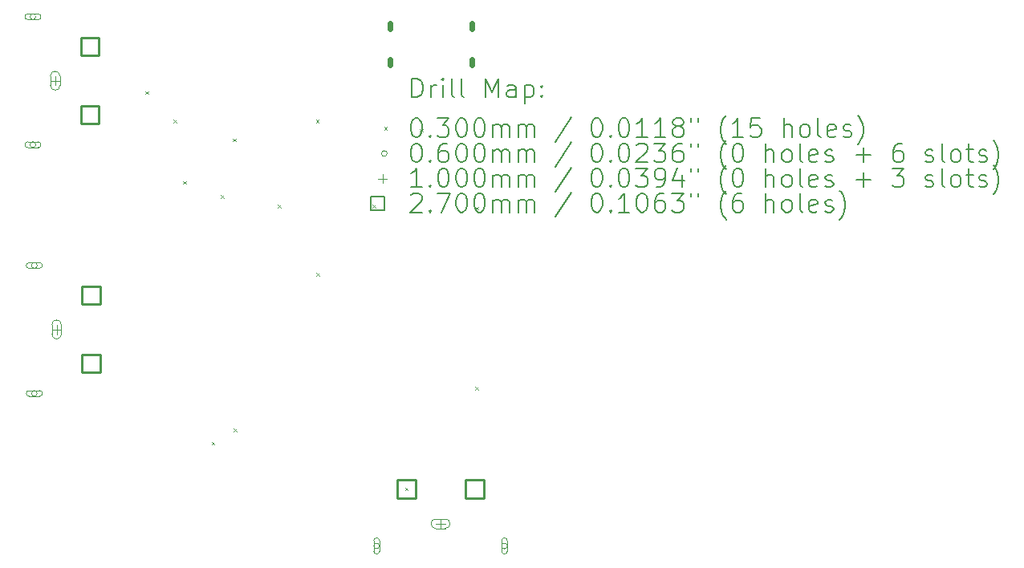
<source format=gbr>
%TF.GenerationSoftware,KiCad,Pcbnew,8.0.6*%
%TF.CreationDate,2025-02-02T12:34:47-05:00*%
%TF.ProjectId,Electrical schematic,456c6563-7472-4696-9361-6c2073636865,rev?*%
%TF.SameCoordinates,Original*%
%TF.FileFunction,Drillmap*%
%TF.FilePolarity,Positive*%
%FSLAX45Y45*%
G04 Gerber Fmt 4.5, Leading zero omitted, Abs format (unit mm)*
G04 Created by KiCad (PCBNEW 8.0.6) date 2025-02-02 12:34:47*
%MOMM*%
%LPD*%
G01*
G04 APERTURE LIST*
%ADD10C,0.609600*%
%ADD11C,0.200000*%
%ADD12C,0.100000*%
%ADD13C,0.270000*%
G04 APERTURE END LIST*
D10*
X15468000Y-8070790D02*
X15468000Y-8129210D01*
X15468000Y-8450790D02*
X15468000Y-8509210D01*
X16332000Y-8070790D02*
X16332000Y-8129210D01*
X16332000Y-8450790D02*
X16332000Y-8509210D01*
D11*
D12*
X12885000Y-8785000D02*
X12915000Y-8815000D01*
X12915000Y-8785000D02*
X12885000Y-8815000D01*
X13185000Y-9085000D02*
X13215000Y-9115000D01*
X13215000Y-9085000D02*
X13185000Y-9115000D01*
X13285000Y-9735000D02*
X13315000Y-9765000D01*
X13315000Y-9735000D02*
X13285000Y-9765000D01*
X13585000Y-12485000D02*
X13615000Y-12515000D01*
X13615000Y-12485000D02*
X13585000Y-12515000D01*
X13685000Y-9885000D02*
X13715000Y-9915000D01*
X13715000Y-9885000D02*
X13685000Y-9915000D01*
X13810000Y-9285000D02*
X13840000Y-9315000D01*
X13840000Y-9285000D02*
X13810000Y-9315000D01*
X13817500Y-12348500D02*
X13847500Y-12378500D01*
X13847500Y-12348500D02*
X13817500Y-12378500D01*
X14285000Y-9985000D02*
X14315000Y-10015000D01*
X14315000Y-9985000D02*
X14285000Y-10015000D01*
X14685000Y-9085000D02*
X14715000Y-9115000D01*
X14715000Y-9085000D02*
X14685000Y-9115000D01*
X14690790Y-10704000D02*
X14720790Y-10734000D01*
X14720790Y-10704000D02*
X14690790Y-10734000D01*
X15285000Y-9985000D02*
X15315000Y-10015000D01*
X15315000Y-9985000D02*
X15285000Y-10015000D01*
X15625000Y-12970000D02*
X15655000Y-13000000D01*
X15655000Y-12970000D02*
X15625000Y-13000000D01*
X15785000Y-9185000D02*
X15815000Y-9215000D01*
X15815000Y-9185000D02*
X15785000Y-9215000D01*
X16366380Y-10004000D02*
X16396380Y-10034000D01*
X16396380Y-10004000D02*
X16366380Y-10034000D01*
X16366380Y-11904000D02*
X16396380Y-11934000D01*
X16396380Y-11904000D02*
X16366380Y-11934000D01*
X11730000Y-8000000D02*
G75*
G02*
X11670000Y-8000000I-30000J0D01*
G01*
X11670000Y-8000000D02*
G75*
G02*
X11730000Y-8000000I30000J0D01*
G01*
X11645000Y-8030000D02*
X11755000Y-8030000D01*
X11755000Y-7970000D02*
G75*
G02*
X11755000Y-8030000I0J-30000D01*
G01*
X11755000Y-7970000D02*
X11645000Y-7970000D01*
X11645000Y-7970000D02*
G75*
G03*
X11645000Y-8030000I0J-30000D01*
G01*
X11730000Y-9350000D02*
G75*
G02*
X11670000Y-9350000I-30000J0D01*
G01*
X11670000Y-9350000D02*
G75*
G02*
X11730000Y-9350000I30000J0D01*
G01*
X11645000Y-9380000D02*
X11755000Y-9380000D01*
X11755000Y-9320000D02*
G75*
G02*
X11755000Y-9380000I0J-30000D01*
G01*
X11755000Y-9320000D02*
X11645000Y-9320000D01*
X11645000Y-9320000D02*
G75*
G03*
X11645000Y-9380000I0J-30000D01*
G01*
X11745000Y-10625000D02*
G75*
G02*
X11685000Y-10625000I-30000J0D01*
G01*
X11685000Y-10625000D02*
G75*
G02*
X11745000Y-10625000I30000J0D01*
G01*
X11660000Y-10655000D02*
X11770000Y-10655000D01*
X11770000Y-10595000D02*
G75*
G02*
X11770000Y-10655000I0J-30000D01*
G01*
X11770000Y-10595000D02*
X11660000Y-10595000D01*
X11660000Y-10595000D02*
G75*
G03*
X11660000Y-10655000I0J-30000D01*
G01*
X11745000Y-11975000D02*
G75*
G02*
X11685000Y-11975000I-30000J0D01*
G01*
X11685000Y-11975000D02*
G75*
G02*
X11745000Y-11975000I30000J0D01*
G01*
X11660000Y-12005000D02*
X11770000Y-12005000D01*
X11770000Y-11945000D02*
G75*
G02*
X11770000Y-12005000I0J-30000D01*
G01*
X11770000Y-11945000D02*
X11660000Y-11945000D01*
X11660000Y-11945000D02*
G75*
G03*
X11660000Y-12005000I0J-30000D01*
G01*
X15355000Y-13585000D02*
G75*
G02*
X15295000Y-13585000I-30000J0D01*
G01*
X15295000Y-13585000D02*
G75*
G02*
X15355000Y-13585000I30000J0D01*
G01*
X15355000Y-13640000D02*
X15355000Y-13530000D01*
X15295000Y-13530000D02*
G75*
G02*
X15355000Y-13530000I30000J0D01*
G01*
X15295000Y-13530000D02*
X15295000Y-13640000D01*
X15295000Y-13640000D02*
G75*
G03*
X15355000Y-13640000I30000J0D01*
G01*
X16705000Y-13585000D02*
G75*
G02*
X16645000Y-13585000I-30000J0D01*
G01*
X16645000Y-13585000D02*
G75*
G02*
X16705000Y-13585000I30000J0D01*
G01*
X16705000Y-13640000D02*
X16705000Y-13530000D01*
X16645000Y-13530000D02*
G75*
G02*
X16705000Y-13530000I30000J0D01*
G01*
X16645000Y-13530000D02*
X16645000Y-13640000D01*
X16645000Y-13640000D02*
G75*
G03*
X16705000Y-13640000I30000J0D01*
G01*
X11935000Y-8625000D02*
X11935000Y-8725000D01*
X11885000Y-8675000D02*
X11985000Y-8675000D01*
X11985000Y-8725000D02*
X11985000Y-8625000D01*
X11885000Y-8625000D02*
G75*
G02*
X11985000Y-8625000I50000J0D01*
G01*
X11885000Y-8625000D02*
X11885000Y-8725000D01*
X11885000Y-8725000D02*
G75*
G03*
X11985000Y-8725000I50000J0D01*
G01*
X11950000Y-11250000D02*
X11950000Y-11350000D01*
X11900000Y-11300000D02*
X12000000Y-11300000D01*
X12000000Y-11350000D02*
X12000000Y-11250000D01*
X11900000Y-11250000D02*
G75*
G02*
X12000000Y-11250000I50000J0D01*
G01*
X11900000Y-11250000D02*
X11900000Y-11350000D01*
X11900000Y-11350000D02*
G75*
G03*
X12000000Y-11350000I50000J0D01*
G01*
X16000000Y-13300000D02*
X16000000Y-13400000D01*
X15950000Y-13350000D02*
X16050000Y-13350000D01*
X16050000Y-13300000D02*
X15950000Y-13300000D01*
X15950000Y-13400000D02*
G75*
G02*
X15950000Y-13300000I0J50000D01*
G01*
X15950000Y-13400000D02*
X16050000Y-13400000D01*
X16050000Y-13400000D02*
G75*
G03*
X16050000Y-13300000I0J50000D01*
G01*
D13*
X12395460Y-8410460D02*
X12395460Y-8219540D01*
X12204540Y-8219540D01*
X12204540Y-8410460D01*
X12395460Y-8410460D01*
X12395460Y-9130460D02*
X12395460Y-8939540D01*
X12204540Y-8939540D01*
X12204540Y-9130460D01*
X12395460Y-9130460D01*
X12410460Y-11035460D02*
X12410460Y-10844540D01*
X12219540Y-10844540D01*
X12219540Y-11035460D01*
X12410460Y-11035460D01*
X12410460Y-11755460D02*
X12410460Y-11564540D01*
X12219540Y-11564540D01*
X12219540Y-11755460D01*
X12410460Y-11755460D01*
X15735460Y-13080460D02*
X15735460Y-12889540D01*
X15544540Y-12889540D01*
X15544540Y-13080460D01*
X15735460Y-13080460D01*
X16455460Y-13080460D02*
X16455460Y-12889540D01*
X16264540Y-12889540D01*
X16264540Y-13080460D01*
X16455460Y-13080460D01*
D11*
X15698297Y-8851174D02*
X15698297Y-8651174D01*
X15698297Y-8651174D02*
X15745916Y-8651174D01*
X15745916Y-8651174D02*
X15774487Y-8660698D01*
X15774487Y-8660698D02*
X15793535Y-8679745D01*
X15793535Y-8679745D02*
X15803059Y-8698793D01*
X15803059Y-8698793D02*
X15812582Y-8736888D01*
X15812582Y-8736888D02*
X15812582Y-8765459D01*
X15812582Y-8765459D02*
X15803059Y-8803555D01*
X15803059Y-8803555D02*
X15793535Y-8822602D01*
X15793535Y-8822602D02*
X15774487Y-8841650D01*
X15774487Y-8841650D02*
X15745916Y-8851174D01*
X15745916Y-8851174D02*
X15698297Y-8851174D01*
X15898297Y-8851174D02*
X15898297Y-8717840D01*
X15898297Y-8755936D02*
X15907821Y-8736888D01*
X15907821Y-8736888D02*
X15917344Y-8727364D01*
X15917344Y-8727364D02*
X15936392Y-8717840D01*
X15936392Y-8717840D02*
X15955440Y-8717840D01*
X16022106Y-8851174D02*
X16022106Y-8717840D01*
X16022106Y-8651174D02*
X16012582Y-8660698D01*
X16012582Y-8660698D02*
X16022106Y-8670221D01*
X16022106Y-8670221D02*
X16031630Y-8660698D01*
X16031630Y-8660698D02*
X16022106Y-8651174D01*
X16022106Y-8651174D02*
X16022106Y-8670221D01*
X16145916Y-8851174D02*
X16126868Y-8841650D01*
X16126868Y-8841650D02*
X16117344Y-8822602D01*
X16117344Y-8822602D02*
X16117344Y-8651174D01*
X16250678Y-8851174D02*
X16231630Y-8841650D01*
X16231630Y-8841650D02*
X16222106Y-8822602D01*
X16222106Y-8822602D02*
X16222106Y-8651174D01*
X16479249Y-8851174D02*
X16479249Y-8651174D01*
X16479249Y-8651174D02*
X16545916Y-8794031D01*
X16545916Y-8794031D02*
X16612582Y-8651174D01*
X16612582Y-8651174D02*
X16612582Y-8851174D01*
X16793535Y-8851174D02*
X16793535Y-8746412D01*
X16793535Y-8746412D02*
X16784011Y-8727364D01*
X16784011Y-8727364D02*
X16764963Y-8717840D01*
X16764963Y-8717840D02*
X16726868Y-8717840D01*
X16726868Y-8717840D02*
X16707821Y-8727364D01*
X16793535Y-8841650D02*
X16774487Y-8851174D01*
X16774487Y-8851174D02*
X16726868Y-8851174D01*
X16726868Y-8851174D02*
X16707821Y-8841650D01*
X16707821Y-8841650D02*
X16698297Y-8822602D01*
X16698297Y-8822602D02*
X16698297Y-8803555D01*
X16698297Y-8803555D02*
X16707821Y-8784507D01*
X16707821Y-8784507D02*
X16726868Y-8774983D01*
X16726868Y-8774983D02*
X16774487Y-8774983D01*
X16774487Y-8774983D02*
X16793535Y-8765459D01*
X16888773Y-8717840D02*
X16888773Y-8917840D01*
X16888773Y-8727364D02*
X16907821Y-8717840D01*
X16907821Y-8717840D02*
X16945916Y-8717840D01*
X16945916Y-8717840D02*
X16964964Y-8727364D01*
X16964964Y-8727364D02*
X16974487Y-8736888D01*
X16974487Y-8736888D02*
X16984011Y-8755936D01*
X16984011Y-8755936D02*
X16984011Y-8813078D01*
X16984011Y-8813078D02*
X16974487Y-8832126D01*
X16974487Y-8832126D02*
X16964964Y-8841650D01*
X16964964Y-8841650D02*
X16945916Y-8851174D01*
X16945916Y-8851174D02*
X16907821Y-8851174D01*
X16907821Y-8851174D02*
X16888773Y-8841650D01*
X17069725Y-8832126D02*
X17079249Y-8841650D01*
X17079249Y-8841650D02*
X17069725Y-8851174D01*
X17069725Y-8851174D02*
X17060202Y-8841650D01*
X17060202Y-8841650D02*
X17069725Y-8832126D01*
X17069725Y-8832126D02*
X17069725Y-8851174D01*
X17069725Y-8727364D02*
X17079249Y-8736888D01*
X17079249Y-8736888D02*
X17069725Y-8746412D01*
X17069725Y-8746412D02*
X17060202Y-8736888D01*
X17060202Y-8736888D02*
X17069725Y-8727364D01*
X17069725Y-8727364D02*
X17069725Y-8746412D01*
D12*
X15407520Y-9164690D02*
X15437520Y-9194690D01*
X15437520Y-9164690D02*
X15407520Y-9194690D01*
D11*
X15736392Y-9071174D02*
X15755440Y-9071174D01*
X15755440Y-9071174D02*
X15774487Y-9080698D01*
X15774487Y-9080698D02*
X15784011Y-9090221D01*
X15784011Y-9090221D02*
X15793535Y-9109269D01*
X15793535Y-9109269D02*
X15803059Y-9147364D01*
X15803059Y-9147364D02*
X15803059Y-9194983D01*
X15803059Y-9194983D02*
X15793535Y-9233078D01*
X15793535Y-9233078D02*
X15784011Y-9252126D01*
X15784011Y-9252126D02*
X15774487Y-9261650D01*
X15774487Y-9261650D02*
X15755440Y-9271174D01*
X15755440Y-9271174D02*
X15736392Y-9271174D01*
X15736392Y-9271174D02*
X15717344Y-9261650D01*
X15717344Y-9261650D02*
X15707821Y-9252126D01*
X15707821Y-9252126D02*
X15698297Y-9233078D01*
X15698297Y-9233078D02*
X15688773Y-9194983D01*
X15688773Y-9194983D02*
X15688773Y-9147364D01*
X15688773Y-9147364D02*
X15698297Y-9109269D01*
X15698297Y-9109269D02*
X15707821Y-9090221D01*
X15707821Y-9090221D02*
X15717344Y-9080698D01*
X15717344Y-9080698D02*
X15736392Y-9071174D01*
X15888773Y-9252126D02*
X15898297Y-9261650D01*
X15898297Y-9261650D02*
X15888773Y-9271174D01*
X15888773Y-9271174D02*
X15879249Y-9261650D01*
X15879249Y-9261650D02*
X15888773Y-9252126D01*
X15888773Y-9252126D02*
X15888773Y-9271174D01*
X15964963Y-9071174D02*
X16088773Y-9071174D01*
X16088773Y-9071174D02*
X16022106Y-9147364D01*
X16022106Y-9147364D02*
X16050678Y-9147364D01*
X16050678Y-9147364D02*
X16069725Y-9156888D01*
X16069725Y-9156888D02*
X16079249Y-9166412D01*
X16079249Y-9166412D02*
X16088773Y-9185459D01*
X16088773Y-9185459D02*
X16088773Y-9233078D01*
X16088773Y-9233078D02*
X16079249Y-9252126D01*
X16079249Y-9252126D02*
X16069725Y-9261650D01*
X16069725Y-9261650D02*
X16050678Y-9271174D01*
X16050678Y-9271174D02*
X15993535Y-9271174D01*
X15993535Y-9271174D02*
X15974487Y-9261650D01*
X15974487Y-9261650D02*
X15964963Y-9252126D01*
X16212582Y-9071174D02*
X16231630Y-9071174D01*
X16231630Y-9071174D02*
X16250678Y-9080698D01*
X16250678Y-9080698D02*
X16260202Y-9090221D01*
X16260202Y-9090221D02*
X16269725Y-9109269D01*
X16269725Y-9109269D02*
X16279249Y-9147364D01*
X16279249Y-9147364D02*
X16279249Y-9194983D01*
X16279249Y-9194983D02*
X16269725Y-9233078D01*
X16269725Y-9233078D02*
X16260202Y-9252126D01*
X16260202Y-9252126D02*
X16250678Y-9261650D01*
X16250678Y-9261650D02*
X16231630Y-9271174D01*
X16231630Y-9271174D02*
X16212582Y-9271174D01*
X16212582Y-9271174D02*
X16193535Y-9261650D01*
X16193535Y-9261650D02*
X16184011Y-9252126D01*
X16184011Y-9252126D02*
X16174487Y-9233078D01*
X16174487Y-9233078D02*
X16164963Y-9194983D01*
X16164963Y-9194983D02*
X16164963Y-9147364D01*
X16164963Y-9147364D02*
X16174487Y-9109269D01*
X16174487Y-9109269D02*
X16184011Y-9090221D01*
X16184011Y-9090221D02*
X16193535Y-9080698D01*
X16193535Y-9080698D02*
X16212582Y-9071174D01*
X16403059Y-9071174D02*
X16422106Y-9071174D01*
X16422106Y-9071174D02*
X16441154Y-9080698D01*
X16441154Y-9080698D02*
X16450678Y-9090221D01*
X16450678Y-9090221D02*
X16460202Y-9109269D01*
X16460202Y-9109269D02*
X16469725Y-9147364D01*
X16469725Y-9147364D02*
X16469725Y-9194983D01*
X16469725Y-9194983D02*
X16460202Y-9233078D01*
X16460202Y-9233078D02*
X16450678Y-9252126D01*
X16450678Y-9252126D02*
X16441154Y-9261650D01*
X16441154Y-9261650D02*
X16422106Y-9271174D01*
X16422106Y-9271174D02*
X16403059Y-9271174D01*
X16403059Y-9271174D02*
X16384011Y-9261650D01*
X16384011Y-9261650D02*
X16374487Y-9252126D01*
X16374487Y-9252126D02*
X16364963Y-9233078D01*
X16364963Y-9233078D02*
X16355440Y-9194983D01*
X16355440Y-9194983D02*
X16355440Y-9147364D01*
X16355440Y-9147364D02*
X16364963Y-9109269D01*
X16364963Y-9109269D02*
X16374487Y-9090221D01*
X16374487Y-9090221D02*
X16384011Y-9080698D01*
X16384011Y-9080698D02*
X16403059Y-9071174D01*
X16555440Y-9271174D02*
X16555440Y-9137840D01*
X16555440Y-9156888D02*
X16564963Y-9147364D01*
X16564963Y-9147364D02*
X16584011Y-9137840D01*
X16584011Y-9137840D02*
X16612583Y-9137840D01*
X16612583Y-9137840D02*
X16631630Y-9147364D01*
X16631630Y-9147364D02*
X16641154Y-9166412D01*
X16641154Y-9166412D02*
X16641154Y-9271174D01*
X16641154Y-9166412D02*
X16650678Y-9147364D01*
X16650678Y-9147364D02*
X16669725Y-9137840D01*
X16669725Y-9137840D02*
X16698297Y-9137840D01*
X16698297Y-9137840D02*
X16717344Y-9147364D01*
X16717344Y-9147364D02*
X16726868Y-9166412D01*
X16726868Y-9166412D02*
X16726868Y-9271174D01*
X16822106Y-9271174D02*
X16822106Y-9137840D01*
X16822106Y-9156888D02*
X16831630Y-9147364D01*
X16831630Y-9147364D02*
X16850678Y-9137840D01*
X16850678Y-9137840D02*
X16879249Y-9137840D01*
X16879249Y-9137840D02*
X16898297Y-9147364D01*
X16898297Y-9147364D02*
X16907821Y-9166412D01*
X16907821Y-9166412D02*
X16907821Y-9271174D01*
X16907821Y-9166412D02*
X16917345Y-9147364D01*
X16917345Y-9147364D02*
X16936392Y-9137840D01*
X16936392Y-9137840D02*
X16964964Y-9137840D01*
X16964964Y-9137840D02*
X16984011Y-9147364D01*
X16984011Y-9147364D02*
X16993535Y-9166412D01*
X16993535Y-9166412D02*
X16993535Y-9271174D01*
X17384011Y-9061650D02*
X17212583Y-9318793D01*
X17641154Y-9071174D02*
X17660202Y-9071174D01*
X17660202Y-9071174D02*
X17679249Y-9080698D01*
X17679249Y-9080698D02*
X17688773Y-9090221D01*
X17688773Y-9090221D02*
X17698297Y-9109269D01*
X17698297Y-9109269D02*
X17707821Y-9147364D01*
X17707821Y-9147364D02*
X17707821Y-9194983D01*
X17707821Y-9194983D02*
X17698297Y-9233078D01*
X17698297Y-9233078D02*
X17688773Y-9252126D01*
X17688773Y-9252126D02*
X17679249Y-9261650D01*
X17679249Y-9261650D02*
X17660202Y-9271174D01*
X17660202Y-9271174D02*
X17641154Y-9271174D01*
X17641154Y-9271174D02*
X17622107Y-9261650D01*
X17622107Y-9261650D02*
X17612583Y-9252126D01*
X17612583Y-9252126D02*
X17603059Y-9233078D01*
X17603059Y-9233078D02*
X17593535Y-9194983D01*
X17593535Y-9194983D02*
X17593535Y-9147364D01*
X17593535Y-9147364D02*
X17603059Y-9109269D01*
X17603059Y-9109269D02*
X17612583Y-9090221D01*
X17612583Y-9090221D02*
X17622107Y-9080698D01*
X17622107Y-9080698D02*
X17641154Y-9071174D01*
X17793535Y-9252126D02*
X17803059Y-9261650D01*
X17803059Y-9261650D02*
X17793535Y-9271174D01*
X17793535Y-9271174D02*
X17784011Y-9261650D01*
X17784011Y-9261650D02*
X17793535Y-9252126D01*
X17793535Y-9252126D02*
X17793535Y-9271174D01*
X17926868Y-9071174D02*
X17945916Y-9071174D01*
X17945916Y-9071174D02*
X17964964Y-9080698D01*
X17964964Y-9080698D02*
X17974488Y-9090221D01*
X17974488Y-9090221D02*
X17984011Y-9109269D01*
X17984011Y-9109269D02*
X17993535Y-9147364D01*
X17993535Y-9147364D02*
X17993535Y-9194983D01*
X17993535Y-9194983D02*
X17984011Y-9233078D01*
X17984011Y-9233078D02*
X17974488Y-9252126D01*
X17974488Y-9252126D02*
X17964964Y-9261650D01*
X17964964Y-9261650D02*
X17945916Y-9271174D01*
X17945916Y-9271174D02*
X17926868Y-9271174D01*
X17926868Y-9271174D02*
X17907821Y-9261650D01*
X17907821Y-9261650D02*
X17898297Y-9252126D01*
X17898297Y-9252126D02*
X17888773Y-9233078D01*
X17888773Y-9233078D02*
X17879249Y-9194983D01*
X17879249Y-9194983D02*
X17879249Y-9147364D01*
X17879249Y-9147364D02*
X17888773Y-9109269D01*
X17888773Y-9109269D02*
X17898297Y-9090221D01*
X17898297Y-9090221D02*
X17907821Y-9080698D01*
X17907821Y-9080698D02*
X17926868Y-9071174D01*
X18184011Y-9271174D02*
X18069726Y-9271174D01*
X18126868Y-9271174D02*
X18126868Y-9071174D01*
X18126868Y-9071174D02*
X18107821Y-9099745D01*
X18107821Y-9099745D02*
X18088773Y-9118793D01*
X18088773Y-9118793D02*
X18069726Y-9128317D01*
X18374488Y-9271174D02*
X18260202Y-9271174D01*
X18317345Y-9271174D02*
X18317345Y-9071174D01*
X18317345Y-9071174D02*
X18298297Y-9099745D01*
X18298297Y-9099745D02*
X18279249Y-9118793D01*
X18279249Y-9118793D02*
X18260202Y-9128317D01*
X18488773Y-9156888D02*
X18469726Y-9147364D01*
X18469726Y-9147364D02*
X18460202Y-9137840D01*
X18460202Y-9137840D02*
X18450678Y-9118793D01*
X18450678Y-9118793D02*
X18450678Y-9109269D01*
X18450678Y-9109269D02*
X18460202Y-9090221D01*
X18460202Y-9090221D02*
X18469726Y-9080698D01*
X18469726Y-9080698D02*
X18488773Y-9071174D01*
X18488773Y-9071174D02*
X18526869Y-9071174D01*
X18526869Y-9071174D02*
X18545916Y-9080698D01*
X18545916Y-9080698D02*
X18555440Y-9090221D01*
X18555440Y-9090221D02*
X18564964Y-9109269D01*
X18564964Y-9109269D02*
X18564964Y-9118793D01*
X18564964Y-9118793D02*
X18555440Y-9137840D01*
X18555440Y-9137840D02*
X18545916Y-9147364D01*
X18545916Y-9147364D02*
X18526869Y-9156888D01*
X18526869Y-9156888D02*
X18488773Y-9156888D01*
X18488773Y-9156888D02*
X18469726Y-9166412D01*
X18469726Y-9166412D02*
X18460202Y-9175936D01*
X18460202Y-9175936D02*
X18450678Y-9194983D01*
X18450678Y-9194983D02*
X18450678Y-9233078D01*
X18450678Y-9233078D02*
X18460202Y-9252126D01*
X18460202Y-9252126D02*
X18469726Y-9261650D01*
X18469726Y-9261650D02*
X18488773Y-9271174D01*
X18488773Y-9271174D02*
X18526869Y-9271174D01*
X18526869Y-9271174D02*
X18545916Y-9261650D01*
X18545916Y-9261650D02*
X18555440Y-9252126D01*
X18555440Y-9252126D02*
X18564964Y-9233078D01*
X18564964Y-9233078D02*
X18564964Y-9194983D01*
X18564964Y-9194983D02*
X18555440Y-9175936D01*
X18555440Y-9175936D02*
X18545916Y-9166412D01*
X18545916Y-9166412D02*
X18526869Y-9156888D01*
X18641154Y-9071174D02*
X18641154Y-9109269D01*
X18717345Y-9071174D02*
X18717345Y-9109269D01*
X19012583Y-9347364D02*
X19003059Y-9337840D01*
X19003059Y-9337840D02*
X18984011Y-9309269D01*
X18984011Y-9309269D02*
X18974488Y-9290221D01*
X18974488Y-9290221D02*
X18964964Y-9261650D01*
X18964964Y-9261650D02*
X18955440Y-9214031D01*
X18955440Y-9214031D02*
X18955440Y-9175936D01*
X18955440Y-9175936D02*
X18964964Y-9128317D01*
X18964964Y-9128317D02*
X18974488Y-9099745D01*
X18974488Y-9099745D02*
X18984011Y-9080698D01*
X18984011Y-9080698D02*
X19003059Y-9052126D01*
X19003059Y-9052126D02*
X19012583Y-9042602D01*
X19193535Y-9271174D02*
X19079250Y-9271174D01*
X19136392Y-9271174D02*
X19136392Y-9071174D01*
X19136392Y-9071174D02*
X19117345Y-9099745D01*
X19117345Y-9099745D02*
X19098297Y-9118793D01*
X19098297Y-9118793D02*
X19079250Y-9128317D01*
X19374488Y-9071174D02*
X19279250Y-9071174D01*
X19279250Y-9071174D02*
X19269726Y-9166412D01*
X19269726Y-9166412D02*
X19279250Y-9156888D01*
X19279250Y-9156888D02*
X19298297Y-9147364D01*
X19298297Y-9147364D02*
X19345916Y-9147364D01*
X19345916Y-9147364D02*
X19364964Y-9156888D01*
X19364964Y-9156888D02*
X19374488Y-9166412D01*
X19374488Y-9166412D02*
X19384011Y-9185459D01*
X19384011Y-9185459D02*
X19384011Y-9233078D01*
X19384011Y-9233078D02*
X19374488Y-9252126D01*
X19374488Y-9252126D02*
X19364964Y-9261650D01*
X19364964Y-9261650D02*
X19345916Y-9271174D01*
X19345916Y-9271174D02*
X19298297Y-9271174D01*
X19298297Y-9271174D02*
X19279250Y-9261650D01*
X19279250Y-9261650D02*
X19269726Y-9252126D01*
X19622107Y-9271174D02*
X19622107Y-9071174D01*
X19707821Y-9271174D02*
X19707821Y-9166412D01*
X19707821Y-9166412D02*
X19698297Y-9147364D01*
X19698297Y-9147364D02*
X19679250Y-9137840D01*
X19679250Y-9137840D02*
X19650678Y-9137840D01*
X19650678Y-9137840D02*
X19631631Y-9147364D01*
X19631631Y-9147364D02*
X19622107Y-9156888D01*
X19831631Y-9271174D02*
X19812583Y-9261650D01*
X19812583Y-9261650D02*
X19803059Y-9252126D01*
X19803059Y-9252126D02*
X19793535Y-9233078D01*
X19793535Y-9233078D02*
X19793535Y-9175936D01*
X19793535Y-9175936D02*
X19803059Y-9156888D01*
X19803059Y-9156888D02*
X19812583Y-9147364D01*
X19812583Y-9147364D02*
X19831631Y-9137840D01*
X19831631Y-9137840D02*
X19860202Y-9137840D01*
X19860202Y-9137840D02*
X19879250Y-9147364D01*
X19879250Y-9147364D02*
X19888773Y-9156888D01*
X19888773Y-9156888D02*
X19898297Y-9175936D01*
X19898297Y-9175936D02*
X19898297Y-9233078D01*
X19898297Y-9233078D02*
X19888773Y-9252126D01*
X19888773Y-9252126D02*
X19879250Y-9261650D01*
X19879250Y-9261650D02*
X19860202Y-9271174D01*
X19860202Y-9271174D02*
X19831631Y-9271174D01*
X20012583Y-9271174D02*
X19993535Y-9261650D01*
X19993535Y-9261650D02*
X19984012Y-9242602D01*
X19984012Y-9242602D02*
X19984012Y-9071174D01*
X20164964Y-9261650D02*
X20145916Y-9271174D01*
X20145916Y-9271174D02*
X20107821Y-9271174D01*
X20107821Y-9271174D02*
X20088773Y-9261650D01*
X20088773Y-9261650D02*
X20079250Y-9242602D01*
X20079250Y-9242602D02*
X20079250Y-9166412D01*
X20079250Y-9166412D02*
X20088773Y-9147364D01*
X20088773Y-9147364D02*
X20107821Y-9137840D01*
X20107821Y-9137840D02*
X20145916Y-9137840D01*
X20145916Y-9137840D02*
X20164964Y-9147364D01*
X20164964Y-9147364D02*
X20174488Y-9166412D01*
X20174488Y-9166412D02*
X20174488Y-9185459D01*
X20174488Y-9185459D02*
X20079250Y-9204507D01*
X20250678Y-9261650D02*
X20269726Y-9271174D01*
X20269726Y-9271174D02*
X20307821Y-9271174D01*
X20307821Y-9271174D02*
X20326869Y-9261650D01*
X20326869Y-9261650D02*
X20336393Y-9242602D01*
X20336393Y-9242602D02*
X20336393Y-9233078D01*
X20336393Y-9233078D02*
X20326869Y-9214031D01*
X20326869Y-9214031D02*
X20307821Y-9204507D01*
X20307821Y-9204507D02*
X20279250Y-9204507D01*
X20279250Y-9204507D02*
X20260202Y-9194983D01*
X20260202Y-9194983D02*
X20250678Y-9175936D01*
X20250678Y-9175936D02*
X20250678Y-9166412D01*
X20250678Y-9166412D02*
X20260202Y-9147364D01*
X20260202Y-9147364D02*
X20279250Y-9137840D01*
X20279250Y-9137840D02*
X20307821Y-9137840D01*
X20307821Y-9137840D02*
X20326869Y-9147364D01*
X20403059Y-9347364D02*
X20412583Y-9337840D01*
X20412583Y-9337840D02*
X20431631Y-9309269D01*
X20431631Y-9309269D02*
X20441154Y-9290221D01*
X20441154Y-9290221D02*
X20450678Y-9261650D01*
X20450678Y-9261650D02*
X20460202Y-9214031D01*
X20460202Y-9214031D02*
X20460202Y-9175936D01*
X20460202Y-9175936D02*
X20450678Y-9128317D01*
X20450678Y-9128317D02*
X20441154Y-9099745D01*
X20441154Y-9099745D02*
X20431631Y-9080698D01*
X20431631Y-9080698D02*
X20412583Y-9052126D01*
X20412583Y-9052126D02*
X20403059Y-9042602D01*
D12*
X15437520Y-9443690D02*
G75*
G02*
X15377520Y-9443690I-30000J0D01*
G01*
X15377520Y-9443690D02*
G75*
G02*
X15437520Y-9443690I30000J0D01*
G01*
D11*
X15736392Y-9335174D02*
X15755440Y-9335174D01*
X15755440Y-9335174D02*
X15774487Y-9344698D01*
X15774487Y-9344698D02*
X15784011Y-9354221D01*
X15784011Y-9354221D02*
X15793535Y-9373269D01*
X15793535Y-9373269D02*
X15803059Y-9411364D01*
X15803059Y-9411364D02*
X15803059Y-9458983D01*
X15803059Y-9458983D02*
X15793535Y-9497078D01*
X15793535Y-9497078D02*
X15784011Y-9516126D01*
X15784011Y-9516126D02*
X15774487Y-9525650D01*
X15774487Y-9525650D02*
X15755440Y-9535174D01*
X15755440Y-9535174D02*
X15736392Y-9535174D01*
X15736392Y-9535174D02*
X15717344Y-9525650D01*
X15717344Y-9525650D02*
X15707821Y-9516126D01*
X15707821Y-9516126D02*
X15698297Y-9497078D01*
X15698297Y-9497078D02*
X15688773Y-9458983D01*
X15688773Y-9458983D02*
X15688773Y-9411364D01*
X15688773Y-9411364D02*
X15698297Y-9373269D01*
X15698297Y-9373269D02*
X15707821Y-9354221D01*
X15707821Y-9354221D02*
X15717344Y-9344698D01*
X15717344Y-9344698D02*
X15736392Y-9335174D01*
X15888773Y-9516126D02*
X15898297Y-9525650D01*
X15898297Y-9525650D02*
X15888773Y-9535174D01*
X15888773Y-9535174D02*
X15879249Y-9525650D01*
X15879249Y-9525650D02*
X15888773Y-9516126D01*
X15888773Y-9516126D02*
X15888773Y-9535174D01*
X16069725Y-9335174D02*
X16031630Y-9335174D01*
X16031630Y-9335174D02*
X16012582Y-9344698D01*
X16012582Y-9344698D02*
X16003059Y-9354221D01*
X16003059Y-9354221D02*
X15984011Y-9382793D01*
X15984011Y-9382793D02*
X15974487Y-9420888D01*
X15974487Y-9420888D02*
X15974487Y-9497078D01*
X15974487Y-9497078D02*
X15984011Y-9516126D01*
X15984011Y-9516126D02*
X15993535Y-9525650D01*
X15993535Y-9525650D02*
X16012582Y-9535174D01*
X16012582Y-9535174D02*
X16050678Y-9535174D01*
X16050678Y-9535174D02*
X16069725Y-9525650D01*
X16069725Y-9525650D02*
X16079249Y-9516126D01*
X16079249Y-9516126D02*
X16088773Y-9497078D01*
X16088773Y-9497078D02*
X16088773Y-9449459D01*
X16088773Y-9449459D02*
X16079249Y-9430412D01*
X16079249Y-9430412D02*
X16069725Y-9420888D01*
X16069725Y-9420888D02*
X16050678Y-9411364D01*
X16050678Y-9411364D02*
X16012582Y-9411364D01*
X16012582Y-9411364D02*
X15993535Y-9420888D01*
X15993535Y-9420888D02*
X15984011Y-9430412D01*
X15984011Y-9430412D02*
X15974487Y-9449459D01*
X16212582Y-9335174D02*
X16231630Y-9335174D01*
X16231630Y-9335174D02*
X16250678Y-9344698D01*
X16250678Y-9344698D02*
X16260202Y-9354221D01*
X16260202Y-9354221D02*
X16269725Y-9373269D01*
X16269725Y-9373269D02*
X16279249Y-9411364D01*
X16279249Y-9411364D02*
X16279249Y-9458983D01*
X16279249Y-9458983D02*
X16269725Y-9497078D01*
X16269725Y-9497078D02*
X16260202Y-9516126D01*
X16260202Y-9516126D02*
X16250678Y-9525650D01*
X16250678Y-9525650D02*
X16231630Y-9535174D01*
X16231630Y-9535174D02*
X16212582Y-9535174D01*
X16212582Y-9535174D02*
X16193535Y-9525650D01*
X16193535Y-9525650D02*
X16184011Y-9516126D01*
X16184011Y-9516126D02*
X16174487Y-9497078D01*
X16174487Y-9497078D02*
X16164963Y-9458983D01*
X16164963Y-9458983D02*
X16164963Y-9411364D01*
X16164963Y-9411364D02*
X16174487Y-9373269D01*
X16174487Y-9373269D02*
X16184011Y-9354221D01*
X16184011Y-9354221D02*
X16193535Y-9344698D01*
X16193535Y-9344698D02*
X16212582Y-9335174D01*
X16403059Y-9335174D02*
X16422106Y-9335174D01*
X16422106Y-9335174D02*
X16441154Y-9344698D01*
X16441154Y-9344698D02*
X16450678Y-9354221D01*
X16450678Y-9354221D02*
X16460202Y-9373269D01*
X16460202Y-9373269D02*
X16469725Y-9411364D01*
X16469725Y-9411364D02*
X16469725Y-9458983D01*
X16469725Y-9458983D02*
X16460202Y-9497078D01*
X16460202Y-9497078D02*
X16450678Y-9516126D01*
X16450678Y-9516126D02*
X16441154Y-9525650D01*
X16441154Y-9525650D02*
X16422106Y-9535174D01*
X16422106Y-9535174D02*
X16403059Y-9535174D01*
X16403059Y-9535174D02*
X16384011Y-9525650D01*
X16384011Y-9525650D02*
X16374487Y-9516126D01*
X16374487Y-9516126D02*
X16364963Y-9497078D01*
X16364963Y-9497078D02*
X16355440Y-9458983D01*
X16355440Y-9458983D02*
X16355440Y-9411364D01*
X16355440Y-9411364D02*
X16364963Y-9373269D01*
X16364963Y-9373269D02*
X16374487Y-9354221D01*
X16374487Y-9354221D02*
X16384011Y-9344698D01*
X16384011Y-9344698D02*
X16403059Y-9335174D01*
X16555440Y-9535174D02*
X16555440Y-9401840D01*
X16555440Y-9420888D02*
X16564963Y-9411364D01*
X16564963Y-9411364D02*
X16584011Y-9401840D01*
X16584011Y-9401840D02*
X16612583Y-9401840D01*
X16612583Y-9401840D02*
X16631630Y-9411364D01*
X16631630Y-9411364D02*
X16641154Y-9430412D01*
X16641154Y-9430412D02*
X16641154Y-9535174D01*
X16641154Y-9430412D02*
X16650678Y-9411364D01*
X16650678Y-9411364D02*
X16669725Y-9401840D01*
X16669725Y-9401840D02*
X16698297Y-9401840D01*
X16698297Y-9401840D02*
X16717344Y-9411364D01*
X16717344Y-9411364D02*
X16726868Y-9430412D01*
X16726868Y-9430412D02*
X16726868Y-9535174D01*
X16822106Y-9535174D02*
X16822106Y-9401840D01*
X16822106Y-9420888D02*
X16831630Y-9411364D01*
X16831630Y-9411364D02*
X16850678Y-9401840D01*
X16850678Y-9401840D02*
X16879249Y-9401840D01*
X16879249Y-9401840D02*
X16898297Y-9411364D01*
X16898297Y-9411364D02*
X16907821Y-9430412D01*
X16907821Y-9430412D02*
X16907821Y-9535174D01*
X16907821Y-9430412D02*
X16917345Y-9411364D01*
X16917345Y-9411364D02*
X16936392Y-9401840D01*
X16936392Y-9401840D02*
X16964964Y-9401840D01*
X16964964Y-9401840D02*
X16984011Y-9411364D01*
X16984011Y-9411364D02*
X16993535Y-9430412D01*
X16993535Y-9430412D02*
X16993535Y-9535174D01*
X17384011Y-9325650D02*
X17212583Y-9582793D01*
X17641154Y-9335174D02*
X17660202Y-9335174D01*
X17660202Y-9335174D02*
X17679249Y-9344698D01*
X17679249Y-9344698D02*
X17688773Y-9354221D01*
X17688773Y-9354221D02*
X17698297Y-9373269D01*
X17698297Y-9373269D02*
X17707821Y-9411364D01*
X17707821Y-9411364D02*
X17707821Y-9458983D01*
X17707821Y-9458983D02*
X17698297Y-9497078D01*
X17698297Y-9497078D02*
X17688773Y-9516126D01*
X17688773Y-9516126D02*
X17679249Y-9525650D01*
X17679249Y-9525650D02*
X17660202Y-9535174D01*
X17660202Y-9535174D02*
X17641154Y-9535174D01*
X17641154Y-9535174D02*
X17622107Y-9525650D01*
X17622107Y-9525650D02*
X17612583Y-9516126D01*
X17612583Y-9516126D02*
X17603059Y-9497078D01*
X17603059Y-9497078D02*
X17593535Y-9458983D01*
X17593535Y-9458983D02*
X17593535Y-9411364D01*
X17593535Y-9411364D02*
X17603059Y-9373269D01*
X17603059Y-9373269D02*
X17612583Y-9354221D01*
X17612583Y-9354221D02*
X17622107Y-9344698D01*
X17622107Y-9344698D02*
X17641154Y-9335174D01*
X17793535Y-9516126D02*
X17803059Y-9525650D01*
X17803059Y-9525650D02*
X17793535Y-9535174D01*
X17793535Y-9535174D02*
X17784011Y-9525650D01*
X17784011Y-9525650D02*
X17793535Y-9516126D01*
X17793535Y-9516126D02*
X17793535Y-9535174D01*
X17926868Y-9335174D02*
X17945916Y-9335174D01*
X17945916Y-9335174D02*
X17964964Y-9344698D01*
X17964964Y-9344698D02*
X17974488Y-9354221D01*
X17974488Y-9354221D02*
X17984011Y-9373269D01*
X17984011Y-9373269D02*
X17993535Y-9411364D01*
X17993535Y-9411364D02*
X17993535Y-9458983D01*
X17993535Y-9458983D02*
X17984011Y-9497078D01*
X17984011Y-9497078D02*
X17974488Y-9516126D01*
X17974488Y-9516126D02*
X17964964Y-9525650D01*
X17964964Y-9525650D02*
X17945916Y-9535174D01*
X17945916Y-9535174D02*
X17926868Y-9535174D01*
X17926868Y-9535174D02*
X17907821Y-9525650D01*
X17907821Y-9525650D02*
X17898297Y-9516126D01*
X17898297Y-9516126D02*
X17888773Y-9497078D01*
X17888773Y-9497078D02*
X17879249Y-9458983D01*
X17879249Y-9458983D02*
X17879249Y-9411364D01*
X17879249Y-9411364D02*
X17888773Y-9373269D01*
X17888773Y-9373269D02*
X17898297Y-9354221D01*
X17898297Y-9354221D02*
X17907821Y-9344698D01*
X17907821Y-9344698D02*
X17926868Y-9335174D01*
X18069726Y-9354221D02*
X18079249Y-9344698D01*
X18079249Y-9344698D02*
X18098297Y-9335174D01*
X18098297Y-9335174D02*
X18145916Y-9335174D01*
X18145916Y-9335174D02*
X18164964Y-9344698D01*
X18164964Y-9344698D02*
X18174488Y-9354221D01*
X18174488Y-9354221D02*
X18184011Y-9373269D01*
X18184011Y-9373269D02*
X18184011Y-9392317D01*
X18184011Y-9392317D02*
X18174488Y-9420888D01*
X18174488Y-9420888D02*
X18060202Y-9535174D01*
X18060202Y-9535174D02*
X18184011Y-9535174D01*
X18250678Y-9335174D02*
X18374488Y-9335174D01*
X18374488Y-9335174D02*
X18307821Y-9411364D01*
X18307821Y-9411364D02*
X18336392Y-9411364D01*
X18336392Y-9411364D02*
X18355440Y-9420888D01*
X18355440Y-9420888D02*
X18364964Y-9430412D01*
X18364964Y-9430412D02*
X18374488Y-9449459D01*
X18374488Y-9449459D02*
X18374488Y-9497078D01*
X18374488Y-9497078D02*
X18364964Y-9516126D01*
X18364964Y-9516126D02*
X18355440Y-9525650D01*
X18355440Y-9525650D02*
X18336392Y-9535174D01*
X18336392Y-9535174D02*
X18279249Y-9535174D01*
X18279249Y-9535174D02*
X18260202Y-9525650D01*
X18260202Y-9525650D02*
X18250678Y-9516126D01*
X18545916Y-9335174D02*
X18507821Y-9335174D01*
X18507821Y-9335174D02*
X18488773Y-9344698D01*
X18488773Y-9344698D02*
X18479249Y-9354221D01*
X18479249Y-9354221D02*
X18460202Y-9382793D01*
X18460202Y-9382793D02*
X18450678Y-9420888D01*
X18450678Y-9420888D02*
X18450678Y-9497078D01*
X18450678Y-9497078D02*
X18460202Y-9516126D01*
X18460202Y-9516126D02*
X18469726Y-9525650D01*
X18469726Y-9525650D02*
X18488773Y-9535174D01*
X18488773Y-9535174D02*
X18526869Y-9535174D01*
X18526869Y-9535174D02*
X18545916Y-9525650D01*
X18545916Y-9525650D02*
X18555440Y-9516126D01*
X18555440Y-9516126D02*
X18564964Y-9497078D01*
X18564964Y-9497078D02*
X18564964Y-9449459D01*
X18564964Y-9449459D02*
X18555440Y-9430412D01*
X18555440Y-9430412D02*
X18545916Y-9420888D01*
X18545916Y-9420888D02*
X18526869Y-9411364D01*
X18526869Y-9411364D02*
X18488773Y-9411364D01*
X18488773Y-9411364D02*
X18469726Y-9420888D01*
X18469726Y-9420888D02*
X18460202Y-9430412D01*
X18460202Y-9430412D02*
X18450678Y-9449459D01*
X18641154Y-9335174D02*
X18641154Y-9373269D01*
X18717345Y-9335174D02*
X18717345Y-9373269D01*
X19012583Y-9611364D02*
X19003059Y-9601840D01*
X19003059Y-9601840D02*
X18984011Y-9573269D01*
X18984011Y-9573269D02*
X18974488Y-9554221D01*
X18974488Y-9554221D02*
X18964964Y-9525650D01*
X18964964Y-9525650D02*
X18955440Y-9478031D01*
X18955440Y-9478031D02*
X18955440Y-9439936D01*
X18955440Y-9439936D02*
X18964964Y-9392317D01*
X18964964Y-9392317D02*
X18974488Y-9363745D01*
X18974488Y-9363745D02*
X18984011Y-9344698D01*
X18984011Y-9344698D02*
X19003059Y-9316126D01*
X19003059Y-9316126D02*
X19012583Y-9306602D01*
X19126869Y-9335174D02*
X19145916Y-9335174D01*
X19145916Y-9335174D02*
X19164964Y-9344698D01*
X19164964Y-9344698D02*
X19174488Y-9354221D01*
X19174488Y-9354221D02*
X19184011Y-9373269D01*
X19184011Y-9373269D02*
X19193535Y-9411364D01*
X19193535Y-9411364D02*
X19193535Y-9458983D01*
X19193535Y-9458983D02*
X19184011Y-9497078D01*
X19184011Y-9497078D02*
X19174488Y-9516126D01*
X19174488Y-9516126D02*
X19164964Y-9525650D01*
X19164964Y-9525650D02*
X19145916Y-9535174D01*
X19145916Y-9535174D02*
X19126869Y-9535174D01*
X19126869Y-9535174D02*
X19107821Y-9525650D01*
X19107821Y-9525650D02*
X19098297Y-9516126D01*
X19098297Y-9516126D02*
X19088773Y-9497078D01*
X19088773Y-9497078D02*
X19079250Y-9458983D01*
X19079250Y-9458983D02*
X19079250Y-9411364D01*
X19079250Y-9411364D02*
X19088773Y-9373269D01*
X19088773Y-9373269D02*
X19098297Y-9354221D01*
X19098297Y-9354221D02*
X19107821Y-9344698D01*
X19107821Y-9344698D02*
X19126869Y-9335174D01*
X19431631Y-9535174D02*
X19431631Y-9335174D01*
X19517345Y-9535174D02*
X19517345Y-9430412D01*
X19517345Y-9430412D02*
X19507821Y-9411364D01*
X19507821Y-9411364D02*
X19488773Y-9401840D01*
X19488773Y-9401840D02*
X19460202Y-9401840D01*
X19460202Y-9401840D02*
X19441154Y-9411364D01*
X19441154Y-9411364D02*
X19431631Y-9420888D01*
X19641154Y-9535174D02*
X19622107Y-9525650D01*
X19622107Y-9525650D02*
X19612583Y-9516126D01*
X19612583Y-9516126D02*
X19603059Y-9497078D01*
X19603059Y-9497078D02*
X19603059Y-9439936D01*
X19603059Y-9439936D02*
X19612583Y-9420888D01*
X19612583Y-9420888D02*
X19622107Y-9411364D01*
X19622107Y-9411364D02*
X19641154Y-9401840D01*
X19641154Y-9401840D02*
X19669726Y-9401840D01*
X19669726Y-9401840D02*
X19688773Y-9411364D01*
X19688773Y-9411364D02*
X19698297Y-9420888D01*
X19698297Y-9420888D02*
X19707821Y-9439936D01*
X19707821Y-9439936D02*
X19707821Y-9497078D01*
X19707821Y-9497078D02*
X19698297Y-9516126D01*
X19698297Y-9516126D02*
X19688773Y-9525650D01*
X19688773Y-9525650D02*
X19669726Y-9535174D01*
X19669726Y-9535174D02*
X19641154Y-9535174D01*
X19822107Y-9535174D02*
X19803059Y-9525650D01*
X19803059Y-9525650D02*
X19793535Y-9506602D01*
X19793535Y-9506602D02*
X19793535Y-9335174D01*
X19974488Y-9525650D02*
X19955440Y-9535174D01*
X19955440Y-9535174D02*
X19917345Y-9535174D01*
X19917345Y-9535174D02*
X19898297Y-9525650D01*
X19898297Y-9525650D02*
X19888773Y-9506602D01*
X19888773Y-9506602D02*
X19888773Y-9430412D01*
X19888773Y-9430412D02*
X19898297Y-9411364D01*
X19898297Y-9411364D02*
X19917345Y-9401840D01*
X19917345Y-9401840D02*
X19955440Y-9401840D01*
X19955440Y-9401840D02*
X19974488Y-9411364D01*
X19974488Y-9411364D02*
X19984012Y-9430412D01*
X19984012Y-9430412D02*
X19984012Y-9449459D01*
X19984012Y-9449459D02*
X19888773Y-9468507D01*
X20060202Y-9525650D02*
X20079250Y-9535174D01*
X20079250Y-9535174D02*
X20117345Y-9535174D01*
X20117345Y-9535174D02*
X20136393Y-9525650D01*
X20136393Y-9525650D02*
X20145916Y-9506602D01*
X20145916Y-9506602D02*
X20145916Y-9497078D01*
X20145916Y-9497078D02*
X20136393Y-9478031D01*
X20136393Y-9478031D02*
X20117345Y-9468507D01*
X20117345Y-9468507D02*
X20088773Y-9468507D01*
X20088773Y-9468507D02*
X20069726Y-9458983D01*
X20069726Y-9458983D02*
X20060202Y-9439936D01*
X20060202Y-9439936D02*
X20060202Y-9430412D01*
X20060202Y-9430412D02*
X20069726Y-9411364D01*
X20069726Y-9411364D02*
X20088773Y-9401840D01*
X20088773Y-9401840D02*
X20117345Y-9401840D01*
X20117345Y-9401840D02*
X20136393Y-9411364D01*
X20384012Y-9458983D02*
X20536393Y-9458983D01*
X20460202Y-9535174D02*
X20460202Y-9382793D01*
X20869726Y-9335174D02*
X20831631Y-9335174D01*
X20831631Y-9335174D02*
X20812583Y-9344698D01*
X20812583Y-9344698D02*
X20803059Y-9354221D01*
X20803059Y-9354221D02*
X20784012Y-9382793D01*
X20784012Y-9382793D02*
X20774488Y-9420888D01*
X20774488Y-9420888D02*
X20774488Y-9497078D01*
X20774488Y-9497078D02*
X20784012Y-9516126D01*
X20784012Y-9516126D02*
X20793535Y-9525650D01*
X20793535Y-9525650D02*
X20812583Y-9535174D01*
X20812583Y-9535174D02*
X20850678Y-9535174D01*
X20850678Y-9535174D02*
X20869726Y-9525650D01*
X20869726Y-9525650D02*
X20879250Y-9516126D01*
X20879250Y-9516126D02*
X20888774Y-9497078D01*
X20888774Y-9497078D02*
X20888774Y-9449459D01*
X20888774Y-9449459D02*
X20879250Y-9430412D01*
X20879250Y-9430412D02*
X20869726Y-9420888D01*
X20869726Y-9420888D02*
X20850678Y-9411364D01*
X20850678Y-9411364D02*
X20812583Y-9411364D01*
X20812583Y-9411364D02*
X20793535Y-9420888D01*
X20793535Y-9420888D02*
X20784012Y-9430412D01*
X20784012Y-9430412D02*
X20774488Y-9449459D01*
X21117345Y-9525650D02*
X21136393Y-9535174D01*
X21136393Y-9535174D02*
X21174488Y-9535174D01*
X21174488Y-9535174D02*
X21193536Y-9525650D01*
X21193536Y-9525650D02*
X21203059Y-9506602D01*
X21203059Y-9506602D02*
X21203059Y-9497078D01*
X21203059Y-9497078D02*
X21193536Y-9478031D01*
X21193536Y-9478031D02*
X21174488Y-9468507D01*
X21174488Y-9468507D02*
X21145916Y-9468507D01*
X21145916Y-9468507D02*
X21126869Y-9458983D01*
X21126869Y-9458983D02*
X21117345Y-9439936D01*
X21117345Y-9439936D02*
X21117345Y-9430412D01*
X21117345Y-9430412D02*
X21126869Y-9411364D01*
X21126869Y-9411364D02*
X21145916Y-9401840D01*
X21145916Y-9401840D02*
X21174488Y-9401840D01*
X21174488Y-9401840D02*
X21193536Y-9411364D01*
X21317345Y-9535174D02*
X21298297Y-9525650D01*
X21298297Y-9525650D02*
X21288774Y-9506602D01*
X21288774Y-9506602D02*
X21288774Y-9335174D01*
X21422107Y-9535174D02*
X21403059Y-9525650D01*
X21403059Y-9525650D02*
X21393536Y-9516126D01*
X21393536Y-9516126D02*
X21384012Y-9497078D01*
X21384012Y-9497078D02*
X21384012Y-9439936D01*
X21384012Y-9439936D02*
X21393536Y-9420888D01*
X21393536Y-9420888D02*
X21403059Y-9411364D01*
X21403059Y-9411364D02*
X21422107Y-9401840D01*
X21422107Y-9401840D02*
X21450678Y-9401840D01*
X21450678Y-9401840D02*
X21469726Y-9411364D01*
X21469726Y-9411364D02*
X21479250Y-9420888D01*
X21479250Y-9420888D02*
X21488774Y-9439936D01*
X21488774Y-9439936D02*
X21488774Y-9497078D01*
X21488774Y-9497078D02*
X21479250Y-9516126D01*
X21479250Y-9516126D02*
X21469726Y-9525650D01*
X21469726Y-9525650D02*
X21450678Y-9535174D01*
X21450678Y-9535174D02*
X21422107Y-9535174D01*
X21545917Y-9401840D02*
X21622107Y-9401840D01*
X21574488Y-9335174D02*
X21574488Y-9506602D01*
X21574488Y-9506602D02*
X21584012Y-9525650D01*
X21584012Y-9525650D02*
X21603059Y-9535174D01*
X21603059Y-9535174D02*
X21622107Y-9535174D01*
X21679250Y-9525650D02*
X21698297Y-9535174D01*
X21698297Y-9535174D02*
X21736393Y-9535174D01*
X21736393Y-9535174D02*
X21755440Y-9525650D01*
X21755440Y-9525650D02*
X21764964Y-9506602D01*
X21764964Y-9506602D02*
X21764964Y-9497078D01*
X21764964Y-9497078D02*
X21755440Y-9478031D01*
X21755440Y-9478031D02*
X21736393Y-9468507D01*
X21736393Y-9468507D02*
X21707821Y-9468507D01*
X21707821Y-9468507D02*
X21688774Y-9458983D01*
X21688774Y-9458983D02*
X21679250Y-9439936D01*
X21679250Y-9439936D02*
X21679250Y-9430412D01*
X21679250Y-9430412D02*
X21688774Y-9411364D01*
X21688774Y-9411364D02*
X21707821Y-9401840D01*
X21707821Y-9401840D02*
X21736393Y-9401840D01*
X21736393Y-9401840D02*
X21755440Y-9411364D01*
X21831631Y-9611364D02*
X21841155Y-9601840D01*
X21841155Y-9601840D02*
X21860202Y-9573269D01*
X21860202Y-9573269D02*
X21869726Y-9554221D01*
X21869726Y-9554221D02*
X21879250Y-9525650D01*
X21879250Y-9525650D02*
X21888774Y-9478031D01*
X21888774Y-9478031D02*
X21888774Y-9439936D01*
X21888774Y-9439936D02*
X21879250Y-9392317D01*
X21879250Y-9392317D02*
X21869726Y-9363745D01*
X21869726Y-9363745D02*
X21860202Y-9344698D01*
X21860202Y-9344698D02*
X21841155Y-9316126D01*
X21841155Y-9316126D02*
X21831631Y-9306602D01*
D12*
X15387520Y-9657690D02*
X15387520Y-9757690D01*
X15337520Y-9707690D02*
X15437520Y-9707690D01*
D11*
X15803059Y-9799174D02*
X15688773Y-9799174D01*
X15745916Y-9799174D02*
X15745916Y-9599174D01*
X15745916Y-9599174D02*
X15726868Y-9627745D01*
X15726868Y-9627745D02*
X15707821Y-9646793D01*
X15707821Y-9646793D02*
X15688773Y-9656317D01*
X15888773Y-9780126D02*
X15898297Y-9789650D01*
X15898297Y-9789650D02*
X15888773Y-9799174D01*
X15888773Y-9799174D02*
X15879249Y-9789650D01*
X15879249Y-9789650D02*
X15888773Y-9780126D01*
X15888773Y-9780126D02*
X15888773Y-9799174D01*
X16022106Y-9599174D02*
X16041154Y-9599174D01*
X16041154Y-9599174D02*
X16060202Y-9608698D01*
X16060202Y-9608698D02*
X16069725Y-9618221D01*
X16069725Y-9618221D02*
X16079249Y-9637269D01*
X16079249Y-9637269D02*
X16088773Y-9675364D01*
X16088773Y-9675364D02*
X16088773Y-9722983D01*
X16088773Y-9722983D02*
X16079249Y-9761078D01*
X16079249Y-9761078D02*
X16069725Y-9780126D01*
X16069725Y-9780126D02*
X16060202Y-9789650D01*
X16060202Y-9789650D02*
X16041154Y-9799174D01*
X16041154Y-9799174D02*
X16022106Y-9799174D01*
X16022106Y-9799174D02*
X16003059Y-9789650D01*
X16003059Y-9789650D02*
X15993535Y-9780126D01*
X15993535Y-9780126D02*
X15984011Y-9761078D01*
X15984011Y-9761078D02*
X15974487Y-9722983D01*
X15974487Y-9722983D02*
X15974487Y-9675364D01*
X15974487Y-9675364D02*
X15984011Y-9637269D01*
X15984011Y-9637269D02*
X15993535Y-9618221D01*
X15993535Y-9618221D02*
X16003059Y-9608698D01*
X16003059Y-9608698D02*
X16022106Y-9599174D01*
X16212582Y-9599174D02*
X16231630Y-9599174D01*
X16231630Y-9599174D02*
X16250678Y-9608698D01*
X16250678Y-9608698D02*
X16260202Y-9618221D01*
X16260202Y-9618221D02*
X16269725Y-9637269D01*
X16269725Y-9637269D02*
X16279249Y-9675364D01*
X16279249Y-9675364D02*
X16279249Y-9722983D01*
X16279249Y-9722983D02*
X16269725Y-9761078D01*
X16269725Y-9761078D02*
X16260202Y-9780126D01*
X16260202Y-9780126D02*
X16250678Y-9789650D01*
X16250678Y-9789650D02*
X16231630Y-9799174D01*
X16231630Y-9799174D02*
X16212582Y-9799174D01*
X16212582Y-9799174D02*
X16193535Y-9789650D01*
X16193535Y-9789650D02*
X16184011Y-9780126D01*
X16184011Y-9780126D02*
X16174487Y-9761078D01*
X16174487Y-9761078D02*
X16164963Y-9722983D01*
X16164963Y-9722983D02*
X16164963Y-9675364D01*
X16164963Y-9675364D02*
X16174487Y-9637269D01*
X16174487Y-9637269D02*
X16184011Y-9618221D01*
X16184011Y-9618221D02*
X16193535Y-9608698D01*
X16193535Y-9608698D02*
X16212582Y-9599174D01*
X16403059Y-9599174D02*
X16422106Y-9599174D01*
X16422106Y-9599174D02*
X16441154Y-9608698D01*
X16441154Y-9608698D02*
X16450678Y-9618221D01*
X16450678Y-9618221D02*
X16460202Y-9637269D01*
X16460202Y-9637269D02*
X16469725Y-9675364D01*
X16469725Y-9675364D02*
X16469725Y-9722983D01*
X16469725Y-9722983D02*
X16460202Y-9761078D01*
X16460202Y-9761078D02*
X16450678Y-9780126D01*
X16450678Y-9780126D02*
X16441154Y-9789650D01*
X16441154Y-9789650D02*
X16422106Y-9799174D01*
X16422106Y-9799174D02*
X16403059Y-9799174D01*
X16403059Y-9799174D02*
X16384011Y-9789650D01*
X16384011Y-9789650D02*
X16374487Y-9780126D01*
X16374487Y-9780126D02*
X16364963Y-9761078D01*
X16364963Y-9761078D02*
X16355440Y-9722983D01*
X16355440Y-9722983D02*
X16355440Y-9675364D01*
X16355440Y-9675364D02*
X16364963Y-9637269D01*
X16364963Y-9637269D02*
X16374487Y-9618221D01*
X16374487Y-9618221D02*
X16384011Y-9608698D01*
X16384011Y-9608698D02*
X16403059Y-9599174D01*
X16555440Y-9799174D02*
X16555440Y-9665840D01*
X16555440Y-9684888D02*
X16564963Y-9675364D01*
X16564963Y-9675364D02*
X16584011Y-9665840D01*
X16584011Y-9665840D02*
X16612583Y-9665840D01*
X16612583Y-9665840D02*
X16631630Y-9675364D01*
X16631630Y-9675364D02*
X16641154Y-9694412D01*
X16641154Y-9694412D02*
X16641154Y-9799174D01*
X16641154Y-9694412D02*
X16650678Y-9675364D01*
X16650678Y-9675364D02*
X16669725Y-9665840D01*
X16669725Y-9665840D02*
X16698297Y-9665840D01*
X16698297Y-9665840D02*
X16717344Y-9675364D01*
X16717344Y-9675364D02*
X16726868Y-9694412D01*
X16726868Y-9694412D02*
X16726868Y-9799174D01*
X16822106Y-9799174D02*
X16822106Y-9665840D01*
X16822106Y-9684888D02*
X16831630Y-9675364D01*
X16831630Y-9675364D02*
X16850678Y-9665840D01*
X16850678Y-9665840D02*
X16879249Y-9665840D01*
X16879249Y-9665840D02*
X16898297Y-9675364D01*
X16898297Y-9675364D02*
X16907821Y-9694412D01*
X16907821Y-9694412D02*
X16907821Y-9799174D01*
X16907821Y-9694412D02*
X16917345Y-9675364D01*
X16917345Y-9675364D02*
X16936392Y-9665840D01*
X16936392Y-9665840D02*
X16964964Y-9665840D01*
X16964964Y-9665840D02*
X16984011Y-9675364D01*
X16984011Y-9675364D02*
X16993535Y-9694412D01*
X16993535Y-9694412D02*
X16993535Y-9799174D01*
X17384011Y-9589650D02*
X17212583Y-9846793D01*
X17641154Y-9599174D02*
X17660202Y-9599174D01*
X17660202Y-9599174D02*
X17679249Y-9608698D01*
X17679249Y-9608698D02*
X17688773Y-9618221D01*
X17688773Y-9618221D02*
X17698297Y-9637269D01*
X17698297Y-9637269D02*
X17707821Y-9675364D01*
X17707821Y-9675364D02*
X17707821Y-9722983D01*
X17707821Y-9722983D02*
X17698297Y-9761078D01*
X17698297Y-9761078D02*
X17688773Y-9780126D01*
X17688773Y-9780126D02*
X17679249Y-9789650D01*
X17679249Y-9789650D02*
X17660202Y-9799174D01*
X17660202Y-9799174D02*
X17641154Y-9799174D01*
X17641154Y-9799174D02*
X17622107Y-9789650D01*
X17622107Y-9789650D02*
X17612583Y-9780126D01*
X17612583Y-9780126D02*
X17603059Y-9761078D01*
X17603059Y-9761078D02*
X17593535Y-9722983D01*
X17593535Y-9722983D02*
X17593535Y-9675364D01*
X17593535Y-9675364D02*
X17603059Y-9637269D01*
X17603059Y-9637269D02*
X17612583Y-9618221D01*
X17612583Y-9618221D02*
X17622107Y-9608698D01*
X17622107Y-9608698D02*
X17641154Y-9599174D01*
X17793535Y-9780126D02*
X17803059Y-9789650D01*
X17803059Y-9789650D02*
X17793535Y-9799174D01*
X17793535Y-9799174D02*
X17784011Y-9789650D01*
X17784011Y-9789650D02*
X17793535Y-9780126D01*
X17793535Y-9780126D02*
X17793535Y-9799174D01*
X17926868Y-9599174D02*
X17945916Y-9599174D01*
X17945916Y-9599174D02*
X17964964Y-9608698D01*
X17964964Y-9608698D02*
X17974488Y-9618221D01*
X17974488Y-9618221D02*
X17984011Y-9637269D01*
X17984011Y-9637269D02*
X17993535Y-9675364D01*
X17993535Y-9675364D02*
X17993535Y-9722983D01*
X17993535Y-9722983D02*
X17984011Y-9761078D01*
X17984011Y-9761078D02*
X17974488Y-9780126D01*
X17974488Y-9780126D02*
X17964964Y-9789650D01*
X17964964Y-9789650D02*
X17945916Y-9799174D01*
X17945916Y-9799174D02*
X17926868Y-9799174D01*
X17926868Y-9799174D02*
X17907821Y-9789650D01*
X17907821Y-9789650D02*
X17898297Y-9780126D01*
X17898297Y-9780126D02*
X17888773Y-9761078D01*
X17888773Y-9761078D02*
X17879249Y-9722983D01*
X17879249Y-9722983D02*
X17879249Y-9675364D01*
X17879249Y-9675364D02*
X17888773Y-9637269D01*
X17888773Y-9637269D02*
X17898297Y-9618221D01*
X17898297Y-9618221D02*
X17907821Y-9608698D01*
X17907821Y-9608698D02*
X17926868Y-9599174D01*
X18060202Y-9599174D02*
X18184011Y-9599174D01*
X18184011Y-9599174D02*
X18117345Y-9675364D01*
X18117345Y-9675364D02*
X18145916Y-9675364D01*
X18145916Y-9675364D02*
X18164964Y-9684888D01*
X18164964Y-9684888D02*
X18174488Y-9694412D01*
X18174488Y-9694412D02*
X18184011Y-9713459D01*
X18184011Y-9713459D02*
X18184011Y-9761078D01*
X18184011Y-9761078D02*
X18174488Y-9780126D01*
X18174488Y-9780126D02*
X18164964Y-9789650D01*
X18164964Y-9789650D02*
X18145916Y-9799174D01*
X18145916Y-9799174D02*
X18088773Y-9799174D01*
X18088773Y-9799174D02*
X18069726Y-9789650D01*
X18069726Y-9789650D02*
X18060202Y-9780126D01*
X18279249Y-9799174D02*
X18317345Y-9799174D01*
X18317345Y-9799174D02*
X18336392Y-9789650D01*
X18336392Y-9789650D02*
X18345916Y-9780126D01*
X18345916Y-9780126D02*
X18364964Y-9751555D01*
X18364964Y-9751555D02*
X18374488Y-9713459D01*
X18374488Y-9713459D02*
X18374488Y-9637269D01*
X18374488Y-9637269D02*
X18364964Y-9618221D01*
X18364964Y-9618221D02*
X18355440Y-9608698D01*
X18355440Y-9608698D02*
X18336392Y-9599174D01*
X18336392Y-9599174D02*
X18298297Y-9599174D01*
X18298297Y-9599174D02*
X18279249Y-9608698D01*
X18279249Y-9608698D02*
X18269726Y-9618221D01*
X18269726Y-9618221D02*
X18260202Y-9637269D01*
X18260202Y-9637269D02*
X18260202Y-9684888D01*
X18260202Y-9684888D02*
X18269726Y-9703936D01*
X18269726Y-9703936D02*
X18279249Y-9713459D01*
X18279249Y-9713459D02*
X18298297Y-9722983D01*
X18298297Y-9722983D02*
X18336392Y-9722983D01*
X18336392Y-9722983D02*
X18355440Y-9713459D01*
X18355440Y-9713459D02*
X18364964Y-9703936D01*
X18364964Y-9703936D02*
X18374488Y-9684888D01*
X18545916Y-9665840D02*
X18545916Y-9799174D01*
X18498297Y-9589650D02*
X18450678Y-9732507D01*
X18450678Y-9732507D02*
X18574488Y-9732507D01*
X18641154Y-9599174D02*
X18641154Y-9637269D01*
X18717345Y-9599174D02*
X18717345Y-9637269D01*
X19012583Y-9875364D02*
X19003059Y-9865840D01*
X19003059Y-9865840D02*
X18984011Y-9837269D01*
X18984011Y-9837269D02*
X18974488Y-9818221D01*
X18974488Y-9818221D02*
X18964964Y-9789650D01*
X18964964Y-9789650D02*
X18955440Y-9742031D01*
X18955440Y-9742031D02*
X18955440Y-9703936D01*
X18955440Y-9703936D02*
X18964964Y-9656317D01*
X18964964Y-9656317D02*
X18974488Y-9627745D01*
X18974488Y-9627745D02*
X18984011Y-9608698D01*
X18984011Y-9608698D02*
X19003059Y-9580126D01*
X19003059Y-9580126D02*
X19012583Y-9570602D01*
X19126869Y-9599174D02*
X19145916Y-9599174D01*
X19145916Y-9599174D02*
X19164964Y-9608698D01*
X19164964Y-9608698D02*
X19174488Y-9618221D01*
X19174488Y-9618221D02*
X19184011Y-9637269D01*
X19184011Y-9637269D02*
X19193535Y-9675364D01*
X19193535Y-9675364D02*
X19193535Y-9722983D01*
X19193535Y-9722983D02*
X19184011Y-9761078D01*
X19184011Y-9761078D02*
X19174488Y-9780126D01*
X19174488Y-9780126D02*
X19164964Y-9789650D01*
X19164964Y-9789650D02*
X19145916Y-9799174D01*
X19145916Y-9799174D02*
X19126869Y-9799174D01*
X19126869Y-9799174D02*
X19107821Y-9789650D01*
X19107821Y-9789650D02*
X19098297Y-9780126D01*
X19098297Y-9780126D02*
X19088773Y-9761078D01*
X19088773Y-9761078D02*
X19079250Y-9722983D01*
X19079250Y-9722983D02*
X19079250Y-9675364D01*
X19079250Y-9675364D02*
X19088773Y-9637269D01*
X19088773Y-9637269D02*
X19098297Y-9618221D01*
X19098297Y-9618221D02*
X19107821Y-9608698D01*
X19107821Y-9608698D02*
X19126869Y-9599174D01*
X19431631Y-9799174D02*
X19431631Y-9599174D01*
X19517345Y-9799174D02*
X19517345Y-9694412D01*
X19517345Y-9694412D02*
X19507821Y-9675364D01*
X19507821Y-9675364D02*
X19488773Y-9665840D01*
X19488773Y-9665840D02*
X19460202Y-9665840D01*
X19460202Y-9665840D02*
X19441154Y-9675364D01*
X19441154Y-9675364D02*
X19431631Y-9684888D01*
X19641154Y-9799174D02*
X19622107Y-9789650D01*
X19622107Y-9789650D02*
X19612583Y-9780126D01*
X19612583Y-9780126D02*
X19603059Y-9761078D01*
X19603059Y-9761078D02*
X19603059Y-9703936D01*
X19603059Y-9703936D02*
X19612583Y-9684888D01*
X19612583Y-9684888D02*
X19622107Y-9675364D01*
X19622107Y-9675364D02*
X19641154Y-9665840D01*
X19641154Y-9665840D02*
X19669726Y-9665840D01*
X19669726Y-9665840D02*
X19688773Y-9675364D01*
X19688773Y-9675364D02*
X19698297Y-9684888D01*
X19698297Y-9684888D02*
X19707821Y-9703936D01*
X19707821Y-9703936D02*
X19707821Y-9761078D01*
X19707821Y-9761078D02*
X19698297Y-9780126D01*
X19698297Y-9780126D02*
X19688773Y-9789650D01*
X19688773Y-9789650D02*
X19669726Y-9799174D01*
X19669726Y-9799174D02*
X19641154Y-9799174D01*
X19822107Y-9799174D02*
X19803059Y-9789650D01*
X19803059Y-9789650D02*
X19793535Y-9770602D01*
X19793535Y-9770602D02*
X19793535Y-9599174D01*
X19974488Y-9789650D02*
X19955440Y-9799174D01*
X19955440Y-9799174D02*
X19917345Y-9799174D01*
X19917345Y-9799174D02*
X19898297Y-9789650D01*
X19898297Y-9789650D02*
X19888773Y-9770602D01*
X19888773Y-9770602D02*
X19888773Y-9694412D01*
X19888773Y-9694412D02*
X19898297Y-9675364D01*
X19898297Y-9675364D02*
X19917345Y-9665840D01*
X19917345Y-9665840D02*
X19955440Y-9665840D01*
X19955440Y-9665840D02*
X19974488Y-9675364D01*
X19974488Y-9675364D02*
X19984012Y-9694412D01*
X19984012Y-9694412D02*
X19984012Y-9713459D01*
X19984012Y-9713459D02*
X19888773Y-9732507D01*
X20060202Y-9789650D02*
X20079250Y-9799174D01*
X20079250Y-9799174D02*
X20117345Y-9799174D01*
X20117345Y-9799174D02*
X20136393Y-9789650D01*
X20136393Y-9789650D02*
X20145916Y-9770602D01*
X20145916Y-9770602D02*
X20145916Y-9761078D01*
X20145916Y-9761078D02*
X20136393Y-9742031D01*
X20136393Y-9742031D02*
X20117345Y-9732507D01*
X20117345Y-9732507D02*
X20088773Y-9732507D01*
X20088773Y-9732507D02*
X20069726Y-9722983D01*
X20069726Y-9722983D02*
X20060202Y-9703936D01*
X20060202Y-9703936D02*
X20060202Y-9694412D01*
X20060202Y-9694412D02*
X20069726Y-9675364D01*
X20069726Y-9675364D02*
X20088773Y-9665840D01*
X20088773Y-9665840D02*
X20117345Y-9665840D01*
X20117345Y-9665840D02*
X20136393Y-9675364D01*
X20384012Y-9722983D02*
X20536393Y-9722983D01*
X20460202Y-9799174D02*
X20460202Y-9646793D01*
X20764964Y-9599174D02*
X20888774Y-9599174D01*
X20888774Y-9599174D02*
X20822107Y-9675364D01*
X20822107Y-9675364D02*
X20850678Y-9675364D01*
X20850678Y-9675364D02*
X20869726Y-9684888D01*
X20869726Y-9684888D02*
X20879250Y-9694412D01*
X20879250Y-9694412D02*
X20888774Y-9713459D01*
X20888774Y-9713459D02*
X20888774Y-9761078D01*
X20888774Y-9761078D02*
X20879250Y-9780126D01*
X20879250Y-9780126D02*
X20869726Y-9789650D01*
X20869726Y-9789650D02*
X20850678Y-9799174D01*
X20850678Y-9799174D02*
X20793535Y-9799174D01*
X20793535Y-9799174D02*
X20774488Y-9789650D01*
X20774488Y-9789650D02*
X20764964Y-9780126D01*
X21117345Y-9789650D02*
X21136393Y-9799174D01*
X21136393Y-9799174D02*
X21174488Y-9799174D01*
X21174488Y-9799174D02*
X21193536Y-9789650D01*
X21193536Y-9789650D02*
X21203059Y-9770602D01*
X21203059Y-9770602D02*
X21203059Y-9761078D01*
X21203059Y-9761078D02*
X21193536Y-9742031D01*
X21193536Y-9742031D02*
X21174488Y-9732507D01*
X21174488Y-9732507D02*
X21145916Y-9732507D01*
X21145916Y-9732507D02*
X21126869Y-9722983D01*
X21126869Y-9722983D02*
X21117345Y-9703936D01*
X21117345Y-9703936D02*
X21117345Y-9694412D01*
X21117345Y-9694412D02*
X21126869Y-9675364D01*
X21126869Y-9675364D02*
X21145916Y-9665840D01*
X21145916Y-9665840D02*
X21174488Y-9665840D01*
X21174488Y-9665840D02*
X21193536Y-9675364D01*
X21317345Y-9799174D02*
X21298297Y-9789650D01*
X21298297Y-9789650D02*
X21288774Y-9770602D01*
X21288774Y-9770602D02*
X21288774Y-9599174D01*
X21422107Y-9799174D02*
X21403059Y-9789650D01*
X21403059Y-9789650D02*
X21393536Y-9780126D01*
X21393536Y-9780126D02*
X21384012Y-9761078D01*
X21384012Y-9761078D02*
X21384012Y-9703936D01*
X21384012Y-9703936D02*
X21393536Y-9684888D01*
X21393536Y-9684888D02*
X21403059Y-9675364D01*
X21403059Y-9675364D02*
X21422107Y-9665840D01*
X21422107Y-9665840D02*
X21450678Y-9665840D01*
X21450678Y-9665840D02*
X21469726Y-9675364D01*
X21469726Y-9675364D02*
X21479250Y-9684888D01*
X21479250Y-9684888D02*
X21488774Y-9703936D01*
X21488774Y-9703936D02*
X21488774Y-9761078D01*
X21488774Y-9761078D02*
X21479250Y-9780126D01*
X21479250Y-9780126D02*
X21469726Y-9789650D01*
X21469726Y-9789650D02*
X21450678Y-9799174D01*
X21450678Y-9799174D02*
X21422107Y-9799174D01*
X21545917Y-9665840D02*
X21622107Y-9665840D01*
X21574488Y-9599174D02*
X21574488Y-9770602D01*
X21574488Y-9770602D02*
X21584012Y-9789650D01*
X21584012Y-9789650D02*
X21603059Y-9799174D01*
X21603059Y-9799174D02*
X21622107Y-9799174D01*
X21679250Y-9789650D02*
X21698297Y-9799174D01*
X21698297Y-9799174D02*
X21736393Y-9799174D01*
X21736393Y-9799174D02*
X21755440Y-9789650D01*
X21755440Y-9789650D02*
X21764964Y-9770602D01*
X21764964Y-9770602D02*
X21764964Y-9761078D01*
X21764964Y-9761078D02*
X21755440Y-9742031D01*
X21755440Y-9742031D02*
X21736393Y-9732507D01*
X21736393Y-9732507D02*
X21707821Y-9732507D01*
X21707821Y-9732507D02*
X21688774Y-9722983D01*
X21688774Y-9722983D02*
X21679250Y-9703936D01*
X21679250Y-9703936D02*
X21679250Y-9694412D01*
X21679250Y-9694412D02*
X21688774Y-9675364D01*
X21688774Y-9675364D02*
X21707821Y-9665840D01*
X21707821Y-9665840D02*
X21736393Y-9665840D01*
X21736393Y-9665840D02*
X21755440Y-9675364D01*
X21831631Y-9875364D02*
X21841155Y-9865840D01*
X21841155Y-9865840D02*
X21860202Y-9837269D01*
X21860202Y-9837269D02*
X21869726Y-9818221D01*
X21869726Y-9818221D02*
X21879250Y-9789650D01*
X21879250Y-9789650D02*
X21888774Y-9742031D01*
X21888774Y-9742031D02*
X21888774Y-9703936D01*
X21888774Y-9703936D02*
X21879250Y-9656317D01*
X21879250Y-9656317D02*
X21869726Y-9627745D01*
X21869726Y-9627745D02*
X21860202Y-9608698D01*
X21860202Y-9608698D02*
X21841155Y-9580126D01*
X21841155Y-9580126D02*
X21831631Y-9570602D01*
X15408231Y-10042401D02*
X15408231Y-9900979D01*
X15266809Y-9900979D01*
X15266809Y-10042401D01*
X15408231Y-10042401D01*
X15688773Y-9882221D02*
X15698297Y-9872698D01*
X15698297Y-9872698D02*
X15717344Y-9863174D01*
X15717344Y-9863174D02*
X15764963Y-9863174D01*
X15764963Y-9863174D02*
X15784011Y-9872698D01*
X15784011Y-9872698D02*
X15793535Y-9882221D01*
X15793535Y-9882221D02*
X15803059Y-9901269D01*
X15803059Y-9901269D02*
X15803059Y-9920317D01*
X15803059Y-9920317D02*
X15793535Y-9948888D01*
X15793535Y-9948888D02*
X15679249Y-10063174D01*
X15679249Y-10063174D02*
X15803059Y-10063174D01*
X15888773Y-10044126D02*
X15898297Y-10053650D01*
X15898297Y-10053650D02*
X15888773Y-10063174D01*
X15888773Y-10063174D02*
X15879249Y-10053650D01*
X15879249Y-10053650D02*
X15888773Y-10044126D01*
X15888773Y-10044126D02*
X15888773Y-10063174D01*
X15964963Y-9863174D02*
X16098297Y-9863174D01*
X16098297Y-9863174D02*
X16012582Y-10063174D01*
X16212582Y-9863174D02*
X16231630Y-9863174D01*
X16231630Y-9863174D02*
X16250678Y-9872698D01*
X16250678Y-9872698D02*
X16260202Y-9882221D01*
X16260202Y-9882221D02*
X16269725Y-9901269D01*
X16269725Y-9901269D02*
X16279249Y-9939364D01*
X16279249Y-9939364D02*
X16279249Y-9986983D01*
X16279249Y-9986983D02*
X16269725Y-10025078D01*
X16269725Y-10025078D02*
X16260202Y-10044126D01*
X16260202Y-10044126D02*
X16250678Y-10053650D01*
X16250678Y-10053650D02*
X16231630Y-10063174D01*
X16231630Y-10063174D02*
X16212582Y-10063174D01*
X16212582Y-10063174D02*
X16193535Y-10053650D01*
X16193535Y-10053650D02*
X16184011Y-10044126D01*
X16184011Y-10044126D02*
X16174487Y-10025078D01*
X16174487Y-10025078D02*
X16164963Y-9986983D01*
X16164963Y-9986983D02*
X16164963Y-9939364D01*
X16164963Y-9939364D02*
X16174487Y-9901269D01*
X16174487Y-9901269D02*
X16184011Y-9882221D01*
X16184011Y-9882221D02*
X16193535Y-9872698D01*
X16193535Y-9872698D02*
X16212582Y-9863174D01*
X16403059Y-9863174D02*
X16422106Y-9863174D01*
X16422106Y-9863174D02*
X16441154Y-9872698D01*
X16441154Y-9872698D02*
X16450678Y-9882221D01*
X16450678Y-9882221D02*
X16460202Y-9901269D01*
X16460202Y-9901269D02*
X16469725Y-9939364D01*
X16469725Y-9939364D02*
X16469725Y-9986983D01*
X16469725Y-9986983D02*
X16460202Y-10025078D01*
X16460202Y-10025078D02*
X16450678Y-10044126D01*
X16450678Y-10044126D02*
X16441154Y-10053650D01*
X16441154Y-10053650D02*
X16422106Y-10063174D01*
X16422106Y-10063174D02*
X16403059Y-10063174D01*
X16403059Y-10063174D02*
X16384011Y-10053650D01*
X16384011Y-10053650D02*
X16374487Y-10044126D01*
X16374487Y-10044126D02*
X16364963Y-10025078D01*
X16364963Y-10025078D02*
X16355440Y-9986983D01*
X16355440Y-9986983D02*
X16355440Y-9939364D01*
X16355440Y-9939364D02*
X16364963Y-9901269D01*
X16364963Y-9901269D02*
X16374487Y-9882221D01*
X16374487Y-9882221D02*
X16384011Y-9872698D01*
X16384011Y-9872698D02*
X16403059Y-9863174D01*
X16555440Y-10063174D02*
X16555440Y-9929840D01*
X16555440Y-9948888D02*
X16564963Y-9939364D01*
X16564963Y-9939364D02*
X16584011Y-9929840D01*
X16584011Y-9929840D02*
X16612583Y-9929840D01*
X16612583Y-9929840D02*
X16631630Y-9939364D01*
X16631630Y-9939364D02*
X16641154Y-9958412D01*
X16641154Y-9958412D02*
X16641154Y-10063174D01*
X16641154Y-9958412D02*
X16650678Y-9939364D01*
X16650678Y-9939364D02*
X16669725Y-9929840D01*
X16669725Y-9929840D02*
X16698297Y-9929840D01*
X16698297Y-9929840D02*
X16717344Y-9939364D01*
X16717344Y-9939364D02*
X16726868Y-9958412D01*
X16726868Y-9958412D02*
X16726868Y-10063174D01*
X16822106Y-10063174D02*
X16822106Y-9929840D01*
X16822106Y-9948888D02*
X16831630Y-9939364D01*
X16831630Y-9939364D02*
X16850678Y-9929840D01*
X16850678Y-9929840D02*
X16879249Y-9929840D01*
X16879249Y-9929840D02*
X16898297Y-9939364D01*
X16898297Y-9939364D02*
X16907821Y-9958412D01*
X16907821Y-9958412D02*
X16907821Y-10063174D01*
X16907821Y-9958412D02*
X16917345Y-9939364D01*
X16917345Y-9939364D02*
X16936392Y-9929840D01*
X16936392Y-9929840D02*
X16964964Y-9929840D01*
X16964964Y-9929840D02*
X16984011Y-9939364D01*
X16984011Y-9939364D02*
X16993535Y-9958412D01*
X16993535Y-9958412D02*
X16993535Y-10063174D01*
X17384011Y-9853650D02*
X17212583Y-10110793D01*
X17641154Y-9863174D02*
X17660202Y-9863174D01*
X17660202Y-9863174D02*
X17679249Y-9872698D01*
X17679249Y-9872698D02*
X17688773Y-9882221D01*
X17688773Y-9882221D02*
X17698297Y-9901269D01*
X17698297Y-9901269D02*
X17707821Y-9939364D01*
X17707821Y-9939364D02*
X17707821Y-9986983D01*
X17707821Y-9986983D02*
X17698297Y-10025078D01*
X17698297Y-10025078D02*
X17688773Y-10044126D01*
X17688773Y-10044126D02*
X17679249Y-10053650D01*
X17679249Y-10053650D02*
X17660202Y-10063174D01*
X17660202Y-10063174D02*
X17641154Y-10063174D01*
X17641154Y-10063174D02*
X17622107Y-10053650D01*
X17622107Y-10053650D02*
X17612583Y-10044126D01*
X17612583Y-10044126D02*
X17603059Y-10025078D01*
X17603059Y-10025078D02*
X17593535Y-9986983D01*
X17593535Y-9986983D02*
X17593535Y-9939364D01*
X17593535Y-9939364D02*
X17603059Y-9901269D01*
X17603059Y-9901269D02*
X17612583Y-9882221D01*
X17612583Y-9882221D02*
X17622107Y-9872698D01*
X17622107Y-9872698D02*
X17641154Y-9863174D01*
X17793535Y-10044126D02*
X17803059Y-10053650D01*
X17803059Y-10053650D02*
X17793535Y-10063174D01*
X17793535Y-10063174D02*
X17784011Y-10053650D01*
X17784011Y-10053650D02*
X17793535Y-10044126D01*
X17793535Y-10044126D02*
X17793535Y-10063174D01*
X17993535Y-10063174D02*
X17879249Y-10063174D01*
X17936392Y-10063174D02*
X17936392Y-9863174D01*
X17936392Y-9863174D02*
X17917345Y-9891745D01*
X17917345Y-9891745D02*
X17898297Y-9910793D01*
X17898297Y-9910793D02*
X17879249Y-9920317D01*
X18117345Y-9863174D02*
X18136392Y-9863174D01*
X18136392Y-9863174D02*
X18155440Y-9872698D01*
X18155440Y-9872698D02*
X18164964Y-9882221D01*
X18164964Y-9882221D02*
X18174488Y-9901269D01*
X18174488Y-9901269D02*
X18184011Y-9939364D01*
X18184011Y-9939364D02*
X18184011Y-9986983D01*
X18184011Y-9986983D02*
X18174488Y-10025078D01*
X18174488Y-10025078D02*
X18164964Y-10044126D01*
X18164964Y-10044126D02*
X18155440Y-10053650D01*
X18155440Y-10053650D02*
X18136392Y-10063174D01*
X18136392Y-10063174D02*
X18117345Y-10063174D01*
X18117345Y-10063174D02*
X18098297Y-10053650D01*
X18098297Y-10053650D02*
X18088773Y-10044126D01*
X18088773Y-10044126D02*
X18079249Y-10025078D01*
X18079249Y-10025078D02*
X18069726Y-9986983D01*
X18069726Y-9986983D02*
X18069726Y-9939364D01*
X18069726Y-9939364D02*
X18079249Y-9901269D01*
X18079249Y-9901269D02*
X18088773Y-9882221D01*
X18088773Y-9882221D02*
X18098297Y-9872698D01*
X18098297Y-9872698D02*
X18117345Y-9863174D01*
X18355440Y-9863174D02*
X18317345Y-9863174D01*
X18317345Y-9863174D02*
X18298297Y-9872698D01*
X18298297Y-9872698D02*
X18288773Y-9882221D01*
X18288773Y-9882221D02*
X18269726Y-9910793D01*
X18269726Y-9910793D02*
X18260202Y-9948888D01*
X18260202Y-9948888D02*
X18260202Y-10025078D01*
X18260202Y-10025078D02*
X18269726Y-10044126D01*
X18269726Y-10044126D02*
X18279249Y-10053650D01*
X18279249Y-10053650D02*
X18298297Y-10063174D01*
X18298297Y-10063174D02*
X18336392Y-10063174D01*
X18336392Y-10063174D02*
X18355440Y-10053650D01*
X18355440Y-10053650D02*
X18364964Y-10044126D01*
X18364964Y-10044126D02*
X18374488Y-10025078D01*
X18374488Y-10025078D02*
X18374488Y-9977459D01*
X18374488Y-9977459D02*
X18364964Y-9958412D01*
X18364964Y-9958412D02*
X18355440Y-9948888D01*
X18355440Y-9948888D02*
X18336392Y-9939364D01*
X18336392Y-9939364D02*
X18298297Y-9939364D01*
X18298297Y-9939364D02*
X18279249Y-9948888D01*
X18279249Y-9948888D02*
X18269726Y-9958412D01*
X18269726Y-9958412D02*
X18260202Y-9977459D01*
X18441154Y-9863174D02*
X18564964Y-9863174D01*
X18564964Y-9863174D02*
X18498297Y-9939364D01*
X18498297Y-9939364D02*
X18526869Y-9939364D01*
X18526869Y-9939364D02*
X18545916Y-9948888D01*
X18545916Y-9948888D02*
X18555440Y-9958412D01*
X18555440Y-9958412D02*
X18564964Y-9977459D01*
X18564964Y-9977459D02*
X18564964Y-10025078D01*
X18564964Y-10025078D02*
X18555440Y-10044126D01*
X18555440Y-10044126D02*
X18545916Y-10053650D01*
X18545916Y-10053650D02*
X18526869Y-10063174D01*
X18526869Y-10063174D02*
X18469726Y-10063174D01*
X18469726Y-10063174D02*
X18450678Y-10053650D01*
X18450678Y-10053650D02*
X18441154Y-10044126D01*
X18641154Y-9863174D02*
X18641154Y-9901269D01*
X18717345Y-9863174D02*
X18717345Y-9901269D01*
X19012583Y-10139364D02*
X19003059Y-10129840D01*
X19003059Y-10129840D02*
X18984011Y-10101269D01*
X18984011Y-10101269D02*
X18974488Y-10082221D01*
X18974488Y-10082221D02*
X18964964Y-10053650D01*
X18964964Y-10053650D02*
X18955440Y-10006031D01*
X18955440Y-10006031D02*
X18955440Y-9967936D01*
X18955440Y-9967936D02*
X18964964Y-9920317D01*
X18964964Y-9920317D02*
X18974488Y-9891745D01*
X18974488Y-9891745D02*
X18984011Y-9872698D01*
X18984011Y-9872698D02*
X19003059Y-9844126D01*
X19003059Y-9844126D02*
X19012583Y-9834602D01*
X19174488Y-9863174D02*
X19136392Y-9863174D01*
X19136392Y-9863174D02*
X19117345Y-9872698D01*
X19117345Y-9872698D02*
X19107821Y-9882221D01*
X19107821Y-9882221D02*
X19088773Y-9910793D01*
X19088773Y-9910793D02*
X19079250Y-9948888D01*
X19079250Y-9948888D02*
X19079250Y-10025078D01*
X19079250Y-10025078D02*
X19088773Y-10044126D01*
X19088773Y-10044126D02*
X19098297Y-10053650D01*
X19098297Y-10053650D02*
X19117345Y-10063174D01*
X19117345Y-10063174D02*
X19155440Y-10063174D01*
X19155440Y-10063174D02*
X19174488Y-10053650D01*
X19174488Y-10053650D02*
X19184011Y-10044126D01*
X19184011Y-10044126D02*
X19193535Y-10025078D01*
X19193535Y-10025078D02*
X19193535Y-9977459D01*
X19193535Y-9977459D02*
X19184011Y-9958412D01*
X19184011Y-9958412D02*
X19174488Y-9948888D01*
X19174488Y-9948888D02*
X19155440Y-9939364D01*
X19155440Y-9939364D02*
X19117345Y-9939364D01*
X19117345Y-9939364D02*
X19098297Y-9948888D01*
X19098297Y-9948888D02*
X19088773Y-9958412D01*
X19088773Y-9958412D02*
X19079250Y-9977459D01*
X19431631Y-10063174D02*
X19431631Y-9863174D01*
X19517345Y-10063174D02*
X19517345Y-9958412D01*
X19517345Y-9958412D02*
X19507821Y-9939364D01*
X19507821Y-9939364D02*
X19488773Y-9929840D01*
X19488773Y-9929840D02*
X19460202Y-9929840D01*
X19460202Y-9929840D02*
X19441154Y-9939364D01*
X19441154Y-9939364D02*
X19431631Y-9948888D01*
X19641154Y-10063174D02*
X19622107Y-10053650D01*
X19622107Y-10053650D02*
X19612583Y-10044126D01*
X19612583Y-10044126D02*
X19603059Y-10025078D01*
X19603059Y-10025078D02*
X19603059Y-9967936D01*
X19603059Y-9967936D02*
X19612583Y-9948888D01*
X19612583Y-9948888D02*
X19622107Y-9939364D01*
X19622107Y-9939364D02*
X19641154Y-9929840D01*
X19641154Y-9929840D02*
X19669726Y-9929840D01*
X19669726Y-9929840D02*
X19688773Y-9939364D01*
X19688773Y-9939364D02*
X19698297Y-9948888D01*
X19698297Y-9948888D02*
X19707821Y-9967936D01*
X19707821Y-9967936D02*
X19707821Y-10025078D01*
X19707821Y-10025078D02*
X19698297Y-10044126D01*
X19698297Y-10044126D02*
X19688773Y-10053650D01*
X19688773Y-10053650D02*
X19669726Y-10063174D01*
X19669726Y-10063174D02*
X19641154Y-10063174D01*
X19822107Y-10063174D02*
X19803059Y-10053650D01*
X19803059Y-10053650D02*
X19793535Y-10034602D01*
X19793535Y-10034602D02*
X19793535Y-9863174D01*
X19974488Y-10053650D02*
X19955440Y-10063174D01*
X19955440Y-10063174D02*
X19917345Y-10063174D01*
X19917345Y-10063174D02*
X19898297Y-10053650D01*
X19898297Y-10053650D02*
X19888773Y-10034602D01*
X19888773Y-10034602D02*
X19888773Y-9958412D01*
X19888773Y-9958412D02*
X19898297Y-9939364D01*
X19898297Y-9939364D02*
X19917345Y-9929840D01*
X19917345Y-9929840D02*
X19955440Y-9929840D01*
X19955440Y-9929840D02*
X19974488Y-9939364D01*
X19974488Y-9939364D02*
X19984012Y-9958412D01*
X19984012Y-9958412D02*
X19984012Y-9977459D01*
X19984012Y-9977459D02*
X19888773Y-9996507D01*
X20060202Y-10053650D02*
X20079250Y-10063174D01*
X20079250Y-10063174D02*
X20117345Y-10063174D01*
X20117345Y-10063174D02*
X20136393Y-10053650D01*
X20136393Y-10053650D02*
X20145916Y-10034602D01*
X20145916Y-10034602D02*
X20145916Y-10025078D01*
X20145916Y-10025078D02*
X20136393Y-10006031D01*
X20136393Y-10006031D02*
X20117345Y-9996507D01*
X20117345Y-9996507D02*
X20088773Y-9996507D01*
X20088773Y-9996507D02*
X20069726Y-9986983D01*
X20069726Y-9986983D02*
X20060202Y-9967936D01*
X20060202Y-9967936D02*
X20060202Y-9958412D01*
X20060202Y-9958412D02*
X20069726Y-9939364D01*
X20069726Y-9939364D02*
X20088773Y-9929840D01*
X20088773Y-9929840D02*
X20117345Y-9929840D01*
X20117345Y-9929840D02*
X20136393Y-9939364D01*
X20212583Y-10139364D02*
X20222107Y-10129840D01*
X20222107Y-10129840D02*
X20241154Y-10101269D01*
X20241154Y-10101269D02*
X20250678Y-10082221D01*
X20250678Y-10082221D02*
X20260202Y-10053650D01*
X20260202Y-10053650D02*
X20269726Y-10006031D01*
X20269726Y-10006031D02*
X20269726Y-9967936D01*
X20269726Y-9967936D02*
X20260202Y-9920317D01*
X20260202Y-9920317D02*
X20250678Y-9891745D01*
X20250678Y-9891745D02*
X20241154Y-9872698D01*
X20241154Y-9872698D02*
X20222107Y-9844126D01*
X20222107Y-9844126D02*
X20212583Y-9834602D01*
M02*

</source>
